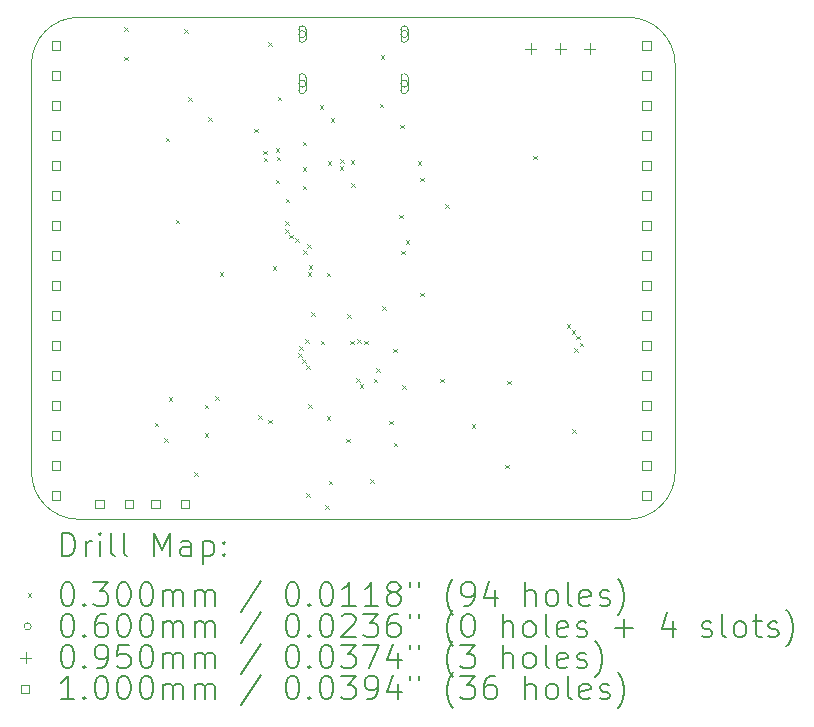
<source format=gbr>
%TF.GenerationSoftware,KiCad,Pcbnew,8.99.0-2608-ga0707285a1*%
%TF.CreationDate,2024-10-09T18:54:12+07:00*%
%TF.ProjectId,dev_Board_8khz,6465765f-426f-4617-9264-5f386b687a2e,rev?*%
%TF.SameCoordinates,Original*%
%TF.FileFunction,Drillmap*%
%TF.FilePolarity,Positive*%
%FSLAX45Y45*%
G04 Gerber Fmt 4.5, Leading zero omitted, Abs format (unit mm)*
G04 Created by KiCad (PCBNEW 8.99.0-2608-ga0707285a1) date 2024-10-09 18:54:12*
%MOMM*%
%LPD*%
G01*
G04 APERTURE LIST*
%ADD10C,0.050000*%
%ADD11C,0.200000*%
%ADD12C,0.100000*%
G04 APERTURE END LIST*
D10*
X19000000Y-5950000D02*
X14350000Y-5950000D01*
X13950000Y-6350000D02*
X13950000Y-9800000D01*
X14350000Y-10200000D02*
X19000000Y-10200000D01*
X19400000Y-9800000D02*
G75*
G02*
X19000000Y-10200000I-400000J0D01*
G01*
X13950000Y-6350000D02*
G75*
G02*
X14350000Y-5950000I400000J0D01*
G01*
X19400000Y-9800000D02*
X19400000Y-6350000D01*
X19000000Y-5950000D02*
G75*
G02*
X19400000Y-6350000I0J-400000D01*
G01*
X14350000Y-10200000D02*
G75*
G02*
X13950000Y-9800000I0J400000D01*
G01*
D11*
D12*
X14735000Y-6035000D02*
X14765000Y-6065000D01*
X14765000Y-6035000D02*
X14735000Y-6065000D01*
X14735000Y-6285000D02*
X14765000Y-6315000D01*
X14765000Y-6285000D02*
X14735000Y-6315000D01*
X14992500Y-9382500D02*
X15022500Y-9412500D01*
X15022500Y-9382500D02*
X14992500Y-9412500D01*
X15072000Y-9514000D02*
X15102000Y-9544000D01*
X15102000Y-9514000D02*
X15072000Y-9544000D01*
X15085000Y-6971000D02*
X15115000Y-7001000D01*
X15115000Y-6971000D02*
X15085000Y-7001000D01*
X15111000Y-9166000D02*
X15141000Y-9196000D01*
X15141000Y-9166000D02*
X15111000Y-9196000D01*
X15173000Y-7665000D02*
X15203000Y-7695000D01*
X15203000Y-7665000D02*
X15173000Y-7695000D01*
X15245000Y-6050000D02*
X15275000Y-6080000D01*
X15275000Y-6050000D02*
X15245000Y-6080000D01*
X15279000Y-6626000D02*
X15309000Y-6656000D01*
X15309000Y-6626000D02*
X15279000Y-6656000D01*
X15328361Y-9802439D02*
X15358361Y-9832439D01*
X15358361Y-9802439D02*
X15328361Y-9832439D01*
X15415000Y-9471000D02*
X15445000Y-9501000D01*
X15445000Y-9471000D02*
X15415000Y-9501000D01*
X15417500Y-9230000D02*
X15447500Y-9260000D01*
X15447500Y-9230000D02*
X15417500Y-9260000D01*
X15446462Y-6795462D02*
X15476462Y-6825462D01*
X15476462Y-6795462D02*
X15446462Y-6825462D01*
X15507000Y-9158000D02*
X15537000Y-9188000D01*
X15537000Y-9158000D02*
X15507000Y-9188000D01*
X15544000Y-8108000D02*
X15574000Y-8138000D01*
X15574000Y-8108000D02*
X15544000Y-8138000D01*
X15835000Y-6895000D02*
X15865000Y-6925000D01*
X15865000Y-6895000D02*
X15835000Y-6925000D01*
X15868000Y-9318010D02*
X15898000Y-9348010D01*
X15898000Y-9318010D02*
X15868000Y-9348010D01*
X15910370Y-7080487D02*
X15940370Y-7110487D01*
X15940370Y-7080487D02*
X15910370Y-7110487D01*
X15918000Y-7140000D02*
X15948000Y-7170000D01*
X15948000Y-7140000D02*
X15918000Y-7170000D01*
X15956000Y-6163000D02*
X15986000Y-6193000D01*
X15986000Y-6163000D02*
X15956000Y-6193000D01*
X15956000Y-9359000D02*
X15986000Y-9389000D01*
X15986000Y-9359000D02*
X15956000Y-9389000D01*
X15991832Y-8058000D02*
X16021832Y-8088000D01*
X16021832Y-8058000D02*
X15991832Y-8088000D01*
X16018000Y-7058000D02*
X16048000Y-7088000D01*
X16048000Y-7058000D02*
X16018000Y-7088000D01*
X16018000Y-7327000D02*
X16048000Y-7357000D01*
X16048000Y-7327000D02*
X16018000Y-7357000D01*
X16028000Y-7132000D02*
X16058000Y-7162000D01*
X16058000Y-7132000D02*
X16028000Y-7162000D01*
X16034000Y-6621000D02*
X16064000Y-6651000D01*
X16064000Y-6621000D02*
X16034000Y-6651000D01*
X16096596Y-7742796D02*
X16126596Y-7772796D01*
X16126596Y-7742796D02*
X16096596Y-7772796D01*
X16097192Y-7676262D02*
X16127192Y-7706262D01*
X16127192Y-7676262D02*
X16097192Y-7706262D01*
X16102500Y-7487500D02*
X16132500Y-7517500D01*
X16132500Y-7487500D02*
X16102500Y-7517500D01*
X16131832Y-7791359D02*
X16161832Y-7821359D01*
X16161832Y-7791359D02*
X16131832Y-7821359D01*
X16184000Y-7821000D02*
X16214000Y-7851000D01*
X16214000Y-7821000D02*
X16184000Y-7851000D01*
X16207767Y-8796121D02*
X16237767Y-8826121D01*
X16237767Y-8796121D02*
X16207767Y-8826121D01*
X16218000Y-8737000D02*
X16248000Y-8767000D01*
X16248000Y-8737000D02*
X16218000Y-8767000D01*
X16242674Y-8846121D02*
X16272674Y-8876121D01*
X16272674Y-8846121D02*
X16242674Y-8876121D01*
X16245000Y-7004000D02*
X16275000Y-7034000D01*
X16275000Y-7004000D02*
X16245000Y-7034000D01*
X16245000Y-7377000D02*
X16275000Y-7407000D01*
X16275000Y-7377000D02*
X16245000Y-7407000D01*
X16247000Y-7219000D02*
X16277000Y-7249000D01*
X16277000Y-7219000D02*
X16247000Y-7249000D01*
X16250484Y-7923000D02*
X16280484Y-7953000D01*
X16280484Y-7923000D02*
X16250484Y-7953000D01*
X16266000Y-8674000D02*
X16296000Y-8704000D01*
X16296000Y-8674000D02*
X16266000Y-8704000D01*
X16277157Y-8896121D02*
X16307157Y-8926121D01*
X16307157Y-8896121D02*
X16277157Y-8926121D01*
X16277500Y-9980000D02*
X16307500Y-10010000D01*
X16307500Y-9980000D02*
X16277500Y-10010000D01*
X16284000Y-7873000D02*
X16314000Y-7903000D01*
X16314000Y-7873000D02*
X16284000Y-7903000D01*
X16290000Y-8108000D02*
X16320000Y-8138000D01*
X16320000Y-8108000D02*
X16290000Y-8138000D01*
X16292500Y-9227500D02*
X16322500Y-9257500D01*
X16322500Y-9227500D02*
X16292500Y-9257500D01*
X16296749Y-8048381D02*
X16326749Y-8078381D01*
X16326749Y-8048381D02*
X16296749Y-8078381D01*
X16317000Y-8445000D02*
X16347000Y-8475000D01*
X16347000Y-8445000D02*
X16317000Y-8475000D01*
X16390000Y-6696000D02*
X16420000Y-6726000D01*
X16420000Y-6696000D02*
X16390000Y-6726000D01*
X16399473Y-8687000D02*
X16429473Y-8717000D01*
X16429473Y-8687000D02*
X16399473Y-8717000D01*
X16435000Y-10080000D02*
X16465000Y-10110000D01*
X16465000Y-10080000D02*
X16435000Y-10110000D01*
X16448000Y-9327000D02*
X16478000Y-9357000D01*
X16478000Y-9327000D02*
X16448000Y-9357000D01*
X16449473Y-8113473D02*
X16479473Y-8143473D01*
X16479473Y-8113473D02*
X16449473Y-8143473D01*
X16458000Y-7167000D02*
X16488000Y-7197000D01*
X16488000Y-7167000D02*
X16458000Y-7197000D01*
X16467500Y-9873657D02*
X16497500Y-9903657D01*
X16497500Y-9873657D02*
X16467500Y-9903657D01*
X16485000Y-6805000D02*
X16515000Y-6835000D01*
X16515000Y-6805000D02*
X16485000Y-6835000D01*
X16558000Y-7211791D02*
X16588000Y-7241791D01*
X16588000Y-7211791D02*
X16558000Y-7241791D01*
X16563000Y-7152000D02*
X16593000Y-7182000D01*
X16593000Y-7152000D02*
X16563000Y-7182000D01*
X16615000Y-9517000D02*
X16645000Y-9547000D01*
X16645000Y-9517000D02*
X16615000Y-9547000D01*
X16622000Y-8464000D02*
X16652000Y-8494000D01*
X16652000Y-8464000D02*
X16622000Y-8494000D01*
X16650286Y-8687000D02*
X16680286Y-8717000D01*
X16680286Y-8687000D02*
X16650286Y-8717000D01*
X16654000Y-7161791D02*
X16684000Y-7191791D01*
X16684000Y-7161791D02*
X16654000Y-7191791D01*
X16658000Y-7355000D02*
X16688000Y-7385000D01*
X16688000Y-7355000D02*
X16658000Y-7385000D01*
X16699553Y-9004128D02*
X16729553Y-9034128D01*
X16729553Y-9004128D02*
X16699553Y-9034128D01*
X16708854Y-8673969D02*
X16738854Y-8703969D01*
X16738854Y-8673969D02*
X16708854Y-8703969D01*
X16730000Y-9059000D02*
X16760000Y-9089000D01*
X16760000Y-9059000D02*
X16730000Y-9089000D01*
X16767500Y-8686645D02*
X16797500Y-8716645D01*
X16797500Y-8686645D02*
X16767500Y-8716645D01*
X16817500Y-9862500D02*
X16847500Y-9892500D01*
X16847500Y-9862500D02*
X16817500Y-9892500D01*
X16847000Y-9009000D02*
X16877000Y-9039000D01*
X16877000Y-9009000D02*
X16847000Y-9039000D01*
X16870000Y-8920000D02*
X16900000Y-8950000D01*
X16900000Y-8920000D02*
X16870000Y-8950000D01*
X16898000Y-6683000D02*
X16928000Y-6713000D01*
X16928000Y-6683000D02*
X16898000Y-6713000D01*
X16905000Y-6270000D02*
X16935000Y-6300000D01*
X16935000Y-6270000D02*
X16905000Y-6300000D01*
X16919000Y-8398000D02*
X16949000Y-8428000D01*
X16949000Y-8398000D02*
X16919000Y-8428000D01*
X16977500Y-9365000D02*
X17007500Y-9395000D01*
X17007500Y-9365000D02*
X16977500Y-9395000D01*
X17015000Y-8757500D02*
X17045000Y-8787500D01*
X17045000Y-8757500D02*
X17015000Y-8787500D01*
X17017500Y-9552500D02*
X17047500Y-9582500D01*
X17047500Y-9552500D02*
X17017500Y-9582500D01*
X17065721Y-7622000D02*
X17095721Y-7652000D01*
X17095721Y-7622000D02*
X17065721Y-7652000D01*
X17072000Y-6861000D02*
X17102000Y-6891000D01*
X17102000Y-6861000D02*
X17072000Y-6891000D01*
X17079000Y-7927000D02*
X17109000Y-7957000D01*
X17109000Y-7927000D02*
X17079000Y-7957000D01*
X17090000Y-9063000D02*
X17120000Y-9093000D01*
X17120000Y-9063000D02*
X17090000Y-9093000D01*
X17120000Y-7838000D02*
X17150000Y-7868000D01*
X17150000Y-7838000D02*
X17120000Y-7868000D01*
X17222000Y-7168000D02*
X17252000Y-7198000D01*
X17252000Y-7168000D02*
X17222000Y-7198000D01*
X17243000Y-7306500D02*
X17273000Y-7336500D01*
X17273000Y-7306500D02*
X17243000Y-7336500D01*
X17243000Y-8281500D02*
X17273000Y-8311500D01*
X17273000Y-8281500D02*
X17243000Y-8311500D01*
X17412500Y-9010000D02*
X17442500Y-9040000D01*
X17442500Y-9010000D02*
X17412500Y-9040000D01*
X17455000Y-7535000D02*
X17485000Y-7565000D01*
X17485000Y-7535000D02*
X17455000Y-7565000D01*
X17679000Y-9395000D02*
X17709000Y-9425000D01*
X17709000Y-9395000D02*
X17679000Y-9425000D01*
X17962500Y-9737500D02*
X17992500Y-9767500D01*
X17992500Y-9737500D02*
X17962500Y-9767500D01*
X17980000Y-9027500D02*
X18010000Y-9057500D01*
X18010000Y-9027500D02*
X17980000Y-9057500D01*
X18198000Y-7122000D02*
X18228000Y-7152000D01*
X18228000Y-7122000D02*
X18198000Y-7152000D01*
X18483000Y-8550381D02*
X18513000Y-8580381D01*
X18513000Y-8550381D02*
X18483000Y-8580381D01*
X18523000Y-8599828D02*
X18553000Y-8629828D01*
X18553000Y-8599828D02*
X18523000Y-8629828D01*
X18530000Y-9437500D02*
X18560000Y-9467500D01*
X18560000Y-9437500D02*
X18530000Y-9467500D01*
X18544000Y-8753500D02*
X18574000Y-8783500D01*
X18574000Y-8753500D02*
X18544000Y-8783500D01*
X18563000Y-8646597D02*
X18593000Y-8676597D01*
X18593000Y-8646597D02*
X18563000Y-8676597D01*
X18591217Y-8703500D02*
X18621217Y-8733500D01*
X18621217Y-8703500D02*
X18591217Y-8733500D01*
X16273000Y-6092500D02*
G75*
G02*
X16213000Y-6092500I-30000J0D01*
G01*
X16213000Y-6092500D02*
G75*
G02*
X16273000Y-6092500I30000J0D01*
G01*
X16273000Y-6132500D02*
X16273000Y-6052500D01*
X16213000Y-6052500D02*
G75*
G02*
X16273000Y-6052500I30000J0D01*
G01*
X16213000Y-6052500D02*
X16213000Y-6132500D01*
X16213000Y-6132500D02*
G75*
G03*
X16273000Y-6132500I30000J0D01*
G01*
X16273000Y-6512500D02*
G75*
G02*
X16213000Y-6512500I-30000J0D01*
G01*
X16213000Y-6512500D02*
G75*
G02*
X16273000Y-6512500I30000J0D01*
G01*
X16273000Y-6567500D02*
X16273000Y-6457500D01*
X16213000Y-6457500D02*
G75*
G02*
X16273000Y-6457500I30000J0D01*
G01*
X16213000Y-6457500D02*
X16213000Y-6567500D01*
X16213000Y-6567500D02*
G75*
G03*
X16273000Y-6567500I30000J0D01*
G01*
X17137000Y-6092500D02*
G75*
G02*
X17077000Y-6092500I-30000J0D01*
G01*
X17077000Y-6092500D02*
G75*
G02*
X17137000Y-6092500I30000J0D01*
G01*
X17137000Y-6132500D02*
X17137000Y-6052500D01*
X17077000Y-6052500D02*
G75*
G02*
X17137000Y-6052500I30000J0D01*
G01*
X17077000Y-6052500D02*
X17077000Y-6132500D01*
X17077000Y-6132500D02*
G75*
G03*
X17137000Y-6132500I30000J0D01*
G01*
X17137000Y-6512500D02*
G75*
G02*
X17077000Y-6512500I-30000J0D01*
G01*
X17077000Y-6512500D02*
G75*
G02*
X17137000Y-6512500I30000J0D01*
G01*
X17137000Y-6567500D02*
X17137000Y-6457500D01*
X17077000Y-6457500D02*
G75*
G02*
X17137000Y-6457500I30000J0D01*
G01*
X17077000Y-6457500D02*
X17077000Y-6567500D01*
X17077000Y-6567500D02*
G75*
G03*
X17137000Y-6567500I30000J0D01*
G01*
X18177000Y-6169500D02*
X18177000Y-6264500D01*
X18129500Y-6217000D02*
X18224500Y-6217000D01*
X18427000Y-6169500D02*
X18427000Y-6264500D01*
X18379500Y-6217000D02*
X18474500Y-6217000D01*
X18677000Y-6169500D02*
X18677000Y-6264500D01*
X18629500Y-6217000D02*
X18724500Y-6217000D01*
X14193356Y-6223356D02*
X14193356Y-6152644D01*
X14122644Y-6152644D01*
X14122644Y-6223356D01*
X14193356Y-6223356D01*
X14193356Y-6477356D02*
X14193356Y-6406644D01*
X14122644Y-6406644D01*
X14122644Y-6477356D01*
X14193356Y-6477356D01*
X14193356Y-6731356D02*
X14193356Y-6660644D01*
X14122644Y-6660644D01*
X14122644Y-6731356D01*
X14193356Y-6731356D01*
X14193356Y-6985356D02*
X14193356Y-6914644D01*
X14122644Y-6914644D01*
X14122644Y-6985356D01*
X14193356Y-6985356D01*
X14193356Y-7239356D02*
X14193356Y-7168644D01*
X14122644Y-7168644D01*
X14122644Y-7239356D01*
X14193356Y-7239356D01*
X14193356Y-7493356D02*
X14193356Y-7422644D01*
X14122644Y-7422644D01*
X14122644Y-7493356D01*
X14193356Y-7493356D01*
X14193356Y-7747356D02*
X14193356Y-7676644D01*
X14122644Y-7676644D01*
X14122644Y-7747356D01*
X14193356Y-7747356D01*
X14193356Y-8001356D02*
X14193356Y-7930644D01*
X14122644Y-7930644D01*
X14122644Y-8001356D01*
X14193356Y-8001356D01*
X14193356Y-8255356D02*
X14193356Y-8184644D01*
X14122644Y-8184644D01*
X14122644Y-8255356D01*
X14193356Y-8255356D01*
X14193356Y-8509356D02*
X14193356Y-8438644D01*
X14122644Y-8438644D01*
X14122644Y-8509356D01*
X14193356Y-8509356D01*
X14193356Y-8763356D02*
X14193356Y-8692644D01*
X14122644Y-8692644D01*
X14122644Y-8763356D01*
X14193356Y-8763356D01*
X14193356Y-9017356D02*
X14193356Y-8946644D01*
X14122644Y-8946644D01*
X14122644Y-9017356D01*
X14193356Y-9017356D01*
X14193356Y-9271356D02*
X14193356Y-9200644D01*
X14122644Y-9200644D01*
X14122644Y-9271356D01*
X14193356Y-9271356D01*
X14193356Y-9525356D02*
X14193356Y-9454644D01*
X14122644Y-9454644D01*
X14122644Y-9525356D01*
X14193356Y-9525356D01*
X14193356Y-9779356D02*
X14193356Y-9708644D01*
X14122644Y-9708644D01*
X14122644Y-9779356D01*
X14193356Y-9779356D01*
X14193356Y-10033356D02*
X14193356Y-9962644D01*
X14122644Y-9962644D01*
X14122644Y-10033356D01*
X14193356Y-10033356D01*
X14560356Y-10105356D02*
X14560356Y-10034644D01*
X14489644Y-10034644D01*
X14489644Y-10105356D01*
X14560356Y-10105356D01*
X14810356Y-10105356D02*
X14810356Y-10034644D01*
X14739644Y-10034644D01*
X14739644Y-10105356D01*
X14810356Y-10105356D01*
X15035356Y-10105356D02*
X15035356Y-10034644D01*
X14964644Y-10034644D01*
X14964644Y-10105356D01*
X15035356Y-10105356D01*
X15285356Y-10105356D02*
X15285356Y-10034644D01*
X15214644Y-10034644D01*
X15214644Y-10105356D01*
X15285356Y-10105356D01*
X19192356Y-6223356D02*
X19192356Y-6152644D01*
X19121644Y-6152644D01*
X19121644Y-6223356D01*
X19192356Y-6223356D01*
X19192356Y-6477356D02*
X19192356Y-6406644D01*
X19121644Y-6406644D01*
X19121644Y-6477356D01*
X19192356Y-6477356D01*
X19192356Y-6731356D02*
X19192356Y-6660644D01*
X19121644Y-6660644D01*
X19121644Y-6731356D01*
X19192356Y-6731356D01*
X19192356Y-6985356D02*
X19192356Y-6914644D01*
X19121644Y-6914644D01*
X19121644Y-6985356D01*
X19192356Y-6985356D01*
X19192356Y-7239356D02*
X19192356Y-7168644D01*
X19121644Y-7168644D01*
X19121644Y-7239356D01*
X19192356Y-7239356D01*
X19192356Y-7493356D02*
X19192356Y-7422644D01*
X19121644Y-7422644D01*
X19121644Y-7493356D01*
X19192356Y-7493356D01*
X19192356Y-7747356D02*
X19192356Y-7676644D01*
X19121644Y-7676644D01*
X19121644Y-7747356D01*
X19192356Y-7747356D01*
X19192356Y-8001356D02*
X19192356Y-7930644D01*
X19121644Y-7930644D01*
X19121644Y-8001356D01*
X19192356Y-8001356D01*
X19192356Y-8255356D02*
X19192356Y-8184644D01*
X19121644Y-8184644D01*
X19121644Y-8255356D01*
X19192356Y-8255356D01*
X19192356Y-8509356D02*
X19192356Y-8438644D01*
X19121644Y-8438644D01*
X19121644Y-8509356D01*
X19192356Y-8509356D01*
X19192356Y-8763356D02*
X19192356Y-8692644D01*
X19121644Y-8692644D01*
X19121644Y-8763356D01*
X19192356Y-8763356D01*
X19192356Y-9017356D02*
X19192356Y-8946644D01*
X19121644Y-8946644D01*
X19121644Y-9017356D01*
X19192356Y-9017356D01*
X19192356Y-9271356D02*
X19192356Y-9200644D01*
X19121644Y-9200644D01*
X19121644Y-9271356D01*
X19192356Y-9271356D01*
X19192356Y-9525356D02*
X19192356Y-9454644D01*
X19121644Y-9454644D01*
X19121644Y-9525356D01*
X19192356Y-9525356D01*
X19192356Y-9779356D02*
X19192356Y-9708644D01*
X19121644Y-9708644D01*
X19121644Y-9779356D01*
X19192356Y-9779356D01*
X19192356Y-10033356D02*
X19192356Y-9962644D01*
X19121644Y-9962644D01*
X19121644Y-10033356D01*
X19192356Y-10033356D01*
D11*
X14208277Y-10513984D02*
X14208277Y-10313984D01*
X14208277Y-10313984D02*
X14255896Y-10313984D01*
X14255896Y-10313984D02*
X14284467Y-10323508D01*
X14284467Y-10323508D02*
X14303515Y-10342555D01*
X14303515Y-10342555D02*
X14313039Y-10361603D01*
X14313039Y-10361603D02*
X14322562Y-10399698D01*
X14322562Y-10399698D02*
X14322562Y-10428270D01*
X14322562Y-10428270D02*
X14313039Y-10466365D01*
X14313039Y-10466365D02*
X14303515Y-10485412D01*
X14303515Y-10485412D02*
X14284467Y-10504460D01*
X14284467Y-10504460D02*
X14255896Y-10513984D01*
X14255896Y-10513984D02*
X14208277Y-10513984D01*
X14408277Y-10513984D02*
X14408277Y-10380650D01*
X14408277Y-10418746D02*
X14417801Y-10399698D01*
X14417801Y-10399698D02*
X14427324Y-10390174D01*
X14427324Y-10390174D02*
X14446372Y-10380650D01*
X14446372Y-10380650D02*
X14465420Y-10380650D01*
X14532086Y-10513984D02*
X14532086Y-10380650D01*
X14532086Y-10313984D02*
X14522562Y-10323508D01*
X14522562Y-10323508D02*
X14532086Y-10333031D01*
X14532086Y-10333031D02*
X14541610Y-10323508D01*
X14541610Y-10323508D02*
X14532086Y-10313984D01*
X14532086Y-10313984D02*
X14532086Y-10333031D01*
X14655896Y-10513984D02*
X14636848Y-10504460D01*
X14636848Y-10504460D02*
X14627324Y-10485412D01*
X14627324Y-10485412D02*
X14627324Y-10313984D01*
X14760658Y-10513984D02*
X14741610Y-10504460D01*
X14741610Y-10504460D02*
X14732086Y-10485412D01*
X14732086Y-10485412D02*
X14732086Y-10313984D01*
X14989229Y-10513984D02*
X14989229Y-10313984D01*
X14989229Y-10313984D02*
X15055896Y-10456841D01*
X15055896Y-10456841D02*
X15122562Y-10313984D01*
X15122562Y-10313984D02*
X15122562Y-10513984D01*
X15303515Y-10513984D02*
X15303515Y-10409222D01*
X15303515Y-10409222D02*
X15293991Y-10390174D01*
X15293991Y-10390174D02*
X15274943Y-10380650D01*
X15274943Y-10380650D02*
X15236848Y-10380650D01*
X15236848Y-10380650D02*
X15217801Y-10390174D01*
X15303515Y-10504460D02*
X15284467Y-10513984D01*
X15284467Y-10513984D02*
X15236848Y-10513984D01*
X15236848Y-10513984D02*
X15217801Y-10504460D01*
X15217801Y-10504460D02*
X15208277Y-10485412D01*
X15208277Y-10485412D02*
X15208277Y-10466365D01*
X15208277Y-10466365D02*
X15217801Y-10447317D01*
X15217801Y-10447317D02*
X15236848Y-10437793D01*
X15236848Y-10437793D02*
X15284467Y-10437793D01*
X15284467Y-10437793D02*
X15303515Y-10428270D01*
X15398753Y-10380650D02*
X15398753Y-10580650D01*
X15398753Y-10390174D02*
X15417801Y-10380650D01*
X15417801Y-10380650D02*
X15455896Y-10380650D01*
X15455896Y-10380650D02*
X15474943Y-10390174D01*
X15474943Y-10390174D02*
X15484467Y-10399698D01*
X15484467Y-10399698D02*
X15493991Y-10418746D01*
X15493991Y-10418746D02*
X15493991Y-10475889D01*
X15493991Y-10475889D02*
X15484467Y-10494936D01*
X15484467Y-10494936D02*
X15474943Y-10504460D01*
X15474943Y-10504460D02*
X15455896Y-10513984D01*
X15455896Y-10513984D02*
X15417801Y-10513984D01*
X15417801Y-10513984D02*
X15398753Y-10504460D01*
X15579705Y-10494936D02*
X15589229Y-10504460D01*
X15589229Y-10504460D02*
X15579705Y-10513984D01*
X15579705Y-10513984D02*
X15570182Y-10504460D01*
X15570182Y-10504460D02*
X15579705Y-10494936D01*
X15579705Y-10494936D02*
X15579705Y-10513984D01*
X15579705Y-10390174D02*
X15589229Y-10399698D01*
X15589229Y-10399698D02*
X15579705Y-10409222D01*
X15579705Y-10409222D02*
X15570182Y-10399698D01*
X15570182Y-10399698D02*
X15579705Y-10390174D01*
X15579705Y-10390174D02*
X15579705Y-10409222D01*
D12*
X13917500Y-10827500D02*
X13947500Y-10857500D01*
X13947500Y-10827500D02*
X13917500Y-10857500D01*
D11*
X14246372Y-10733984D02*
X14265420Y-10733984D01*
X14265420Y-10733984D02*
X14284467Y-10743508D01*
X14284467Y-10743508D02*
X14293991Y-10753031D01*
X14293991Y-10753031D02*
X14303515Y-10772079D01*
X14303515Y-10772079D02*
X14313039Y-10810174D01*
X14313039Y-10810174D02*
X14313039Y-10857793D01*
X14313039Y-10857793D02*
X14303515Y-10895889D01*
X14303515Y-10895889D02*
X14293991Y-10914936D01*
X14293991Y-10914936D02*
X14284467Y-10924460D01*
X14284467Y-10924460D02*
X14265420Y-10933984D01*
X14265420Y-10933984D02*
X14246372Y-10933984D01*
X14246372Y-10933984D02*
X14227324Y-10924460D01*
X14227324Y-10924460D02*
X14217801Y-10914936D01*
X14217801Y-10914936D02*
X14208277Y-10895889D01*
X14208277Y-10895889D02*
X14198753Y-10857793D01*
X14198753Y-10857793D02*
X14198753Y-10810174D01*
X14198753Y-10810174D02*
X14208277Y-10772079D01*
X14208277Y-10772079D02*
X14217801Y-10753031D01*
X14217801Y-10753031D02*
X14227324Y-10743508D01*
X14227324Y-10743508D02*
X14246372Y-10733984D01*
X14398753Y-10914936D02*
X14408277Y-10924460D01*
X14408277Y-10924460D02*
X14398753Y-10933984D01*
X14398753Y-10933984D02*
X14389229Y-10924460D01*
X14389229Y-10924460D02*
X14398753Y-10914936D01*
X14398753Y-10914936D02*
X14398753Y-10933984D01*
X14474943Y-10733984D02*
X14598753Y-10733984D01*
X14598753Y-10733984D02*
X14532086Y-10810174D01*
X14532086Y-10810174D02*
X14560658Y-10810174D01*
X14560658Y-10810174D02*
X14579705Y-10819698D01*
X14579705Y-10819698D02*
X14589229Y-10829222D01*
X14589229Y-10829222D02*
X14598753Y-10848270D01*
X14598753Y-10848270D02*
X14598753Y-10895889D01*
X14598753Y-10895889D02*
X14589229Y-10914936D01*
X14589229Y-10914936D02*
X14579705Y-10924460D01*
X14579705Y-10924460D02*
X14560658Y-10933984D01*
X14560658Y-10933984D02*
X14503515Y-10933984D01*
X14503515Y-10933984D02*
X14484467Y-10924460D01*
X14484467Y-10924460D02*
X14474943Y-10914936D01*
X14722562Y-10733984D02*
X14741610Y-10733984D01*
X14741610Y-10733984D02*
X14760658Y-10743508D01*
X14760658Y-10743508D02*
X14770182Y-10753031D01*
X14770182Y-10753031D02*
X14779705Y-10772079D01*
X14779705Y-10772079D02*
X14789229Y-10810174D01*
X14789229Y-10810174D02*
X14789229Y-10857793D01*
X14789229Y-10857793D02*
X14779705Y-10895889D01*
X14779705Y-10895889D02*
X14770182Y-10914936D01*
X14770182Y-10914936D02*
X14760658Y-10924460D01*
X14760658Y-10924460D02*
X14741610Y-10933984D01*
X14741610Y-10933984D02*
X14722562Y-10933984D01*
X14722562Y-10933984D02*
X14703515Y-10924460D01*
X14703515Y-10924460D02*
X14693991Y-10914936D01*
X14693991Y-10914936D02*
X14684467Y-10895889D01*
X14684467Y-10895889D02*
X14674943Y-10857793D01*
X14674943Y-10857793D02*
X14674943Y-10810174D01*
X14674943Y-10810174D02*
X14684467Y-10772079D01*
X14684467Y-10772079D02*
X14693991Y-10753031D01*
X14693991Y-10753031D02*
X14703515Y-10743508D01*
X14703515Y-10743508D02*
X14722562Y-10733984D01*
X14913039Y-10733984D02*
X14932086Y-10733984D01*
X14932086Y-10733984D02*
X14951134Y-10743508D01*
X14951134Y-10743508D02*
X14960658Y-10753031D01*
X14960658Y-10753031D02*
X14970182Y-10772079D01*
X14970182Y-10772079D02*
X14979705Y-10810174D01*
X14979705Y-10810174D02*
X14979705Y-10857793D01*
X14979705Y-10857793D02*
X14970182Y-10895889D01*
X14970182Y-10895889D02*
X14960658Y-10914936D01*
X14960658Y-10914936D02*
X14951134Y-10924460D01*
X14951134Y-10924460D02*
X14932086Y-10933984D01*
X14932086Y-10933984D02*
X14913039Y-10933984D01*
X14913039Y-10933984D02*
X14893991Y-10924460D01*
X14893991Y-10924460D02*
X14884467Y-10914936D01*
X14884467Y-10914936D02*
X14874943Y-10895889D01*
X14874943Y-10895889D02*
X14865420Y-10857793D01*
X14865420Y-10857793D02*
X14865420Y-10810174D01*
X14865420Y-10810174D02*
X14874943Y-10772079D01*
X14874943Y-10772079D02*
X14884467Y-10753031D01*
X14884467Y-10753031D02*
X14893991Y-10743508D01*
X14893991Y-10743508D02*
X14913039Y-10733984D01*
X15065420Y-10933984D02*
X15065420Y-10800650D01*
X15065420Y-10819698D02*
X15074943Y-10810174D01*
X15074943Y-10810174D02*
X15093991Y-10800650D01*
X15093991Y-10800650D02*
X15122563Y-10800650D01*
X15122563Y-10800650D02*
X15141610Y-10810174D01*
X15141610Y-10810174D02*
X15151134Y-10829222D01*
X15151134Y-10829222D02*
X15151134Y-10933984D01*
X15151134Y-10829222D02*
X15160658Y-10810174D01*
X15160658Y-10810174D02*
X15179705Y-10800650D01*
X15179705Y-10800650D02*
X15208277Y-10800650D01*
X15208277Y-10800650D02*
X15227324Y-10810174D01*
X15227324Y-10810174D02*
X15236848Y-10829222D01*
X15236848Y-10829222D02*
X15236848Y-10933984D01*
X15332086Y-10933984D02*
X15332086Y-10800650D01*
X15332086Y-10819698D02*
X15341610Y-10810174D01*
X15341610Y-10810174D02*
X15360658Y-10800650D01*
X15360658Y-10800650D02*
X15389229Y-10800650D01*
X15389229Y-10800650D02*
X15408277Y-10810174D01*
X15408277Y-10810174D02*
X15417801Y-10829222D01*
X15417801Y-10829222D02*
X15417801Y-10933984D01*
X15417801Y-10829222D02*
X15427324Y-10810174D01*
X15427324Y-10810174D02*
X15446372Y-10800650D01*
X15446372Y-10800650D02*
X15474943Y-10800650D01*
X15474943Y-10800650D02*
X15493991Y-10810174D01*
X15493991Y-10810174D02*
X15503515Y-10829222D01*
X15503515Y-10829222D02*
X15503515Y-10933984D01*
X15893991Y-10724460D02*
X15722563Y-10981603D01*
X16151134Y-10733984D02*
X16170182Y-10733984D01*
X16170182Y-10733984D02*
X16189229Y-10743508D01*
X16189229Y-10743508D02*
X16198753Y-10753031D01*
X16198753Y-10753031D02*
X16208277Y-10772079D01*
X16208277Y-10772079D02*
X16217801Y-10810174D01*
X16217801Y-10810174D02*
X16217801Y-10857793D01*
X16217801Y-10857793D02*
X16208277Y-10895889D01*
X16208277Y-10895889D02*
X16198753Y-10914936D01*
X16198753Y-10914936D02*
X16189229Y-10924460D01*
X16189229Y-10924460D02*
X16170182Y-10933984D01*
X16170182Y-10933984D02*
X16151134Y-10933984D01*
X16151134Y-10933984D02*
X16132086Y-10924460D01*
X16132086Y-10924460D02*
X16122563Y-10914936D01*
X16122563Y-10914936D02*
X16113039Y-10895889D01*
X16113039Y-10895889D02*
X16103515Y-10857793D01*
X16103515Y-10857793D02*
X16103515Y-10810174D01*
X16103515Y-10810174D02*
X16113039Y-10772079D01*
X16113039Y-10772079D02*
X16122563Y-10753031D01*
X16122563Y-10753031D02*
X16132086Y-10743508D01*
X16132086Y-10743508D02*
X16151134Y-10733984D01*
X16303515Y-10914936D02*
X16313039Y-10924460D01*
X16313039Y-10924460D02*
X16303515Y-10933984D01*
X16303515Y-10933984D02*
X16293991Y-10924460D01*
X16293991Y-10924460D02*
X16303515Y-10914936D01*
X16303515Y-10914936D02*
X16303515Y-10933984D01*
X16436848Y-10733984D02*
X16455896Y-10733984D01*
X16455896Y-10733984D02*
X16474944Y-10743508D01*
X16474944Y-10743508D02*
X16484467Y-10753031D01*
X16484467Y-10753031D02*
X16493991Y-10772079D01*
X16493991Y-10772079D02*
X16503515Y-10810174D01*
X16503515Y-10810174D02*
X16503515Y-10857793D01*
X16503515Y-10857793D02*
X16493991Y-10895889D01*
X16493991Y-10895889D02*
X16484467Y-10914936D01*
X16484467Y-10914936D02*
X16474944Y-10924460D01*
X16474944Y-10924460D02*
X16455896Y-10933984D01*
X16455896Y-10933984D02*
X16436848Y-10933984D01*
X16436848Y-10933984D02*
X16417801Y-10924460D01*
X16417801Y-10924460D02*
X16408277Y-10914936D01*
X16408277Y-10914936D02*
X16398753Y-10895889D01*
X16398753Y-10895889D02*
X16389229Y-10857793D01*
X16389229Y-10857793D02*
X16389229Y-10810174D01*
X16389229Y-10810174D02*
X16398753Y-10772079D01*
X16398753Y-10772079D02*
X16408277Y-10753031D01*
X16408277Y-10753031D02*
X16417801Y-10743508D01*
X16417801Y-10743508D02*
X16436848Y-10733984D01*
X16693991Y-10933984D02*
X16579706Y-10933984D01*
X16636848Y-10933984D02*
X16636848Y-10733984D01*
X16636848Y-10733984D02*
X16617801Y-10762555D01*
X16617801Y-10762555D02*
X16598753Y-10781603D01*
X16598753Y-10781603D02*
X16579706Y-10791127D01*
X16884468Y-10933984D02*
X16770182Y-10933984D01*
X16827325Y-10933984D02*
X16827325Y-10733984D01*
X16827325Y-10733984D02*
X16808277Y-10762555D01*
X16808277Y-10762555D02*
X16789229Y-10781603D01*
X16789229Y-10781603D02*
X16770182Y-10791127D01*
X16998753Y-10819698D02*
X16979706Y-10810174D01*
X16979706Y-10810174D02*
X16970182Y-10800650D01*
X16970182Y-10800650D02*
X16960658Y-10781603D01*
X16960658Y-10781603D02*
X16960658Y-10772079D01*
X16960658Y-10772079D02*
X16970182Y-10753031D01*
X16970182Y-10753031D02*
X16979706Y-10743508D01*
X16979706Y-10743508D02*
X16998753Y-10733984D01*
X16998753Y-10733984D02*
X17036849Y-10733984D01*
X17036849Y-10733984D02*
X17055896Y-10743508D01*
X17055896Y-10743508D02*
X17065420Y-10753031D01*
X17065420Y-10753031D02*
X17074944Y-10772079D01*
X17074944Y-10772079D02*
X17074944Y-10781603D01*
X17074944Y-10781603D02*
X17065420Y-10800650D01*
X17065420Y-10800650D02*
X17055896Y-10810174D01*
X17055896Y-10810174D02*
X17036849Y-10819698D01*
X17036849Y-10819698D02*
X16998753Y-10819698D01*
X16998753Y-10819698D02*
X16979706Y-10829222D01*
X16979706Y-10829222D02*
X16970182Y-10838746D01*
X16970182Y-10838746D02*
X16960658Y-10857793D01*
X16960658Y-10857793D02*
X16960658Y-10895889D01*
X16960658Y-10895889D02*
X16970182Y-10914936D01*
X16970182Y-10914936D02*
X16979706Y-10924460D01*
X16979706Y-10924460D02*
X16998753Y-10933984D01*
X16998753Y-10933984D02*
X17036849Y-10933984D01*
X17036849Y-10933984D02*
X17055896Y-10924460D01*
X17055896Y-10924460D02*
X17065420Y-10914936D01*
X17065420Y-10914936D02*
X17074944Y-10895889D01*
X17074944Y-10895889D02*
X17074944Y-10857793D01*
X17074944Y-10857793D02*
X17065420Y-10838746D01*
X17065420Y-10838746D02*
X17055896Y-10829222D01*
X17055896Y-10829222D02*
X17036849Y-10819698D01*
X17151134Y-10733984D02*
X17151134Y-10772079D01*
X17227325Y-10733984D02*
X17227325Y-10772079D01*
X17522563Y-11010174D02*
X17513039Y-11000650D01*
X17513039Y-11000650D02*
X17493991Y-10972079D01*
X17493991Y-10972079D02*
X17484468Y-10953031D01*
X17484468Y-10953031D02*
X17474944Y-10924460D01*
X17474944Y-10924460D02*
X17465420Y-10876841D01*
X17465420Y-10876841D02*
X17465420Y-10838746D01*
X17465420Y-10838746D02*
X17474944Y-10791127D01*
X17474944Y-10791127D02*
X17484468Y-10762555D01*
X17484468Y-10762555D02*
X17493991Y-10743508D01*
X17493991Y-10743508D02*
X17513039Y-10714936D01*
X17513039Y-10714936D02*
X17522563Y-10705412D01*
X17608277Y-10933984D02*
X17646372Y-10933984D01*
X17646372Y-10933984D02*
X17665420Y-10924460D01*
X17665420Y-10924460D02*
X17674944Y-10914936D01*
X17674944Y-10914936D02*
X17693991Y-10886365D01*
X17693991Y-10886365D02*
X17703515Y-10848270D01*
X17703515Y-10848270D02*
X17703515Y-10772079D01*
X17703515Y-10772079D02*
X17693991Y-10753031D01*
X17693991Y-10753031D02*
X17684468Y-10743508D01*
X17684468Y-10743508D02*
X17665420Y-10733984D01*
X17665420Y-10733984D02*
X17627325Y-10733984D01*
X17627325Y-10733984D02*
X17608277Y-10743508D01*
X17608277Y-10743508D02*
X17598753Y-10753031D01*
X17598753Y-10753031D02*
X17589230Y-10772079D01*
X17589230Y-10772079D02*
X17589230Y-10819698D01*
X17589230Y-10819698D02*
X17598753Y-10838746D01*
X17598753Y-10838746D02*
X17608277Y-10848270D01*
X17608277Y-10848270D02*
X17627325Y-10857793D01*
X17627325Y-10857793D02*
X17665420Y-10857793D01*
X17665420Y-10857793D02*
X17684468Y-10848270D01*
X17684468Y-10848270D02*
X17693991Y-10838746D01*
X17693991Y-10838746D02*
X17703515Y-10819698D01*
X17874944Y-10800650D02*
X17874944Y-10933984D01*
X17827325Y-10724460D02*
X17779706Y-10867317D01*
X17779706Y-10867317D02*
X17903515Y-10867317D01*
X18132087Y-10933984D02*
X18132087Y-10733984D01*
X18217801Y-10933984D02*
X18217801Y-10829222D01*
X18217801Y-10829222D02*
X18208277Y-10810174D01*
X18208277Y-10810174D02*
X18189230Y-10800650D01*
X18189230Y-10800650D02*
X18160658Y-10800650D01*
X18160658Y-10800650D02*
X18141611Y-10810174D01*
X18141611Y-10810174D02*
X18132087Y-10819698D01*
X18341611Y-10933984D02*
X18322563Y-10924460D01*
X18322563Y-10924460D02*
X18313039Y-10914936D01*
X18313039Y-10914936D02*
X18303515Y-10895889D01*
X18303515Y-10895889D02*
X18303515Y-10838746D01*
X18303515Y-10838746D02*
X18313039Y-10819698D01*
X18313039Y-10819698D02*
X18322563Y-10810174D01*
X18322563Y-10810174D02*
X18341611Y-10800650D01*
X18341611Y-10800650D02*
X18370182Y-10800650D01*
X18370182Y-10800650D02*
X18389230Y-10810174D01*
X18389230Y-10810174D02*
X18398753Y-10819698D01*
X18398753Y-10819698D02*
X18408277Y-10838746D01*
X18408277Y-10838746D02*
X18408277Y-10895889D01*
X18408277Y-10895889D02*
X18398753Y-10914936D01*
X18398753Y-10914936D02*
X18389230Y-10924460D01*
X18389230Y-10924460D02*
X18370182Y-10933984D01*
X18370182Y-10933984D02*
X18341611Y-10933984D01*
X18522563Y-10933984D02*
X18503515Y-10924460D01*
X18503515Y-10924460D02*
X18493992Y-10905412D01*
X18493992Y-10905412D02*
X18493992Y-10733984D01*
X18674944Y-10924460D02*
X18655896Y-10933984D01*
X18655896Y-10933984D02*
X18617801Y-10933984D01*
X18617801Y-10933984D02*
X18598753Y-10924460D01*
X18598753Y-10924460D02*
X18589230Y-10905412D01*
X18589230Y-10905412D02*
X18589230Y-10829222D01*
X18589230Y-10829222D02*
X18598753Y-10810174D01*
X18598753Y-10810174D02*
X18617801Y-10800650D01*
X18617801Y-10800650D02*
X18655896Y-10800650D01*
X18655896Y-10800650D02*
X18674944Y-10810174D01*
X18674944Y-10810174D02*
X18684468Y-10829222D01*
X18684468Y-10829222D02*
X18684468Y-10848270D01*
X18684468Y-10848270D02*
X18589230Y-10867317D01*
X18760658Y-10924460D02*
X18779706Y-10933984D01*
X18779706Y-10933984D02*
X18817801Y-10933984D01*
X18817801Y-10933984D02*
X18836849Y-10924460D01*
X18836849Y-10924460D02*
X18846373Y-10905412D01*
X18846373Y-10905412D02*
X18846373Y-10895889D01*
X18846373Y-10895889D02*
X18836849Y-10876841D01*
X18836849Y-10876841D02*
X18817801Y-10867317D01*
X18817801Y-10867317D02*
X18789230Y-10867317D01*
X18789230Y-10867317D02*
X18770182Y-10857793D01*
X18770182Y-10857793D02*
X18760658Y-10838746D01*
X18760658Y-10838746D02*
X18760658Y-10829222D01*
X18760658Y-10829222D02*
X18770182Y-10810174D01*
X18770182Y-10810174D02*
X18789230Y-10800650D01*
X18789230Y-10800650D02*
X18817801Y-10800650D01*
X18817801Y-10800650D02*
X18836849Y-10810174D01*
X18913039Y-11010174D02*
X18922563Y-11000650D01*
X18922563Y-11000650D02*
X18941611Y-10972079D01*
X18941611Y-10972079D02*
X18951134Y-10953031D01*
X18951134Y-10953031D02*
X18960658Y-10924460D01*
X18960658Y-10924460D02*
X18970182Y-10876841D01*
X18970182Y-10876841D02*
X18970182Y-10838746D01*
X18970182Y-10838746D02*
X18960658Y-10791127D01*
X18960658Y-10791127D02*
X18951134Y-10762555D01*
X18951134Y-10762555D02*
X18941611Y-10743508D01*
X18941611Y-10743508D02*
X18922563Y-10714936D01*
X18922563Y-10714936D02*
X18913039Y-10705412D01*
D12*
X13947500Y-11106500D02*
G75*
G02*
X13887500Y-11106500I-30000J0D01*
G01*
X13887500Y-11106500D02*
G75*
G02*
X13947500Y-11106500I30000J0D01*
G01*
D11*
X14246372Y-10997984D02*
X14265420Y-10997984D01*
X14265420Y-10997984D02*
X14284467Y-11007508D01*
X14284467Y-11007508D02*
X14293991Y-11017031D01*
X14293991Y-11017031D02*
X14303515Y-11036079D01*
X14303515Y-11036079D02*
X14313039Y-11074174D01*
X14313039Y-11074174D02*
X14313039Y-11121793D01*
X14313039Y-11121793D02*
X14303515Y-11159889D01*
X14303515Y-11159889D02*
X14293991Y-11178936D01*
X14293991Y-11178936D02*
X14284467Y-11188460D01*
X14284467Y-11188460D02*
X14265420Y-11197984D01*
X14265420Y-11197984D02*
X14246372Y-11197984D01*
X14246372Y-11197984D02*
X14227324Y-11188460D01*
X14227324Y-11188460D02*
X14217801Y-11178936D01*
X14217801Y-11178936D02*
X14208277Y-11159889D01*
X14208277Y-11159889D02*
X14198753Y-11121793D01*
X14198753Y-11121793D02*
X14198753Y-11074174D01*
X14198753Y-11074174D02*
X14208277Y-11036079D01*
X14208277Y-11036079D02*
X14217801Y-11017031D01*
X14217801Y-11017031D02*
X14227324Y-11007508D01*
X14227324Y-11007508D02*
X14246372Y-10997984D01*
X14398753Y-11178936D02*
X14408277Y-11188460D01*
X14408277Y-11188460D02*
X14398753Y-11197984D01*
X14398753Y-11197984D02*
X14389229Y-11188460D01*
X14389229Y-11188460D02*
X14398753Y-11178936D01*
X14398753Y-11178936D02*
X14398753Y-11197984D01*
X14579705Y-10997984D02*
X14541610Y-10997984D01*
X14541610Y-10997984D02*
X14522562Y-11007508D01*
X14522562Y-11007508D02*
X14513039Y-11017031D01*
X14513039Y-11017031D02*
X14493991Y-11045603D01*
X14493991Y-11045603D02*
X14484467Y-11083698D01*
X14484467Y-11083698D02*
X14484467Y-11159889D01*
X14484467Y-11159889D02*
X14493991Y-11178936D01*
X14493991Y-11178936D02*
X14503515Y-11188460D01*
X14503515Y-11188460D02*
X14522562Y-11197984D01*
X14522562Y-11197984D02*
X14560658Y-11197984D01*
X14560658Y-11197984D02*
X14579705Y-11188460D01*
X14579705Y-11188460D02*
X14589229Y-11178936D01*
X14589229Y-11178936D02*
X14598753Y-11159889D01*
X14598753Y-11159889D02*
X14598753Y-11112270D01*
X14598753Y-11112270D02*
X14589229Y-11093222D01*
X14589229Y-11093222D02*
X14579705Y-11083698D01*
X14579705Y-11083698D02*
X14560658Y-11074174D01*
X14560658Y-11074174D02*
X14522562Y-11074174D01*
X14522562Y-11074174D02*
X14503515Y-11083698D01*
X14503515Y-11083698D02*
X14493991Y-11093222D01*
X14493991Y-11093222D02*
X14484467Y-11112270D01*
X14722562Y-10997984D02*
X14741610Y-10997984D01*
X14741610Y-10997984D02*
X14760658Y-11007508D01*
X14760658Y-11007508D02*
X14770182Y-11017031D01*
X14770182Y-11017031D02*
X14779705Y-11036079D01*
X14779705Y-11036079D02*
X14789229Y-11074174D01*
X14789229Y-11074174D02*
X14789229Y-11121793D01*
X14789229Y-11121793D02*
X14779705Y-11159889D01*
X14779705Y-11159889D02*
X14770182Y-11178936D01*
X14770182Y-11178936D02*
X14760658Y-11188460D01*
X14760658Y-11188460D02*
X14741610Y-11197984D01*
X14741610Y-11197984D02*
X14722562Y-11197984D01*
X14722562Y-11197984D02*
X14703515Y-11188460D01*
X14703515Y-11188460D02*
X14693991Y-11178936D01*
X14693991Y-11178936D02*
X14684467Y-11159889D01*
X14684467Y-11159889D02*
X14674943Y-11121793D01*
X14674943Y-11121793D02*
X14674943Y-11074174D01*
X14674943Y-11074174D02*
X14684467Y-11036079D01*
X14684467Y-11036079D02*
X14693991Y-11017031D01*
X14693991Y-11017031D02*
X14703515Y-11007508D01*
X14703515Y-11007508D02*
X14722562Y-10997984D01*
X14913039Y-10997984D02*
X14932086Y-10997984D01*
X14932086Y-10997984D02*
X14951134Y-11007508D01*
X14951134Y-11007508D02*
X14960658Y-11017031D01*
X14960658Y-11017031D02*
X14970182Y-11036079D01*
X14970182Y-11036079D02*
X14979705Y-11074174D01*
X14979705Y-11074174D02*
X14979705Y-11121793D01*
X14979705Y-11121793D02*
X14970182Y-11159889D01*
X14970182Y-11159889D02*
X14960658Y-11178936D01*
X14960658Y-11178936D02*
X14951134Y-11188460D01*
X14951134Y-11188460D02*
X14932086Y-11197984D01*
X14932086Y-11197984D02*
X14913039Y-11197984D01*
X14913039Y-11197984D02*
X14893991Y-11188460D01*
X14893991Y-11188460D02*
X14884467Y-11178936D01*
X14884467Y-11178936D02*
X14874943Y-11159889D01*
X14874943Y-11159889D02*
X14865420Y-11121793D01*
X14865420Y-11121793D02*
X14865420Y-11074174D01*
X14865420Y-11074174D02*
X14874943Y-11036079D01*
X14874943Y-11036079D02*
X14884467Y-11017031D01*
X14884467Y-11017031D02*
X14893991Y-11007508D01*
X14893991Y-11007508D02*
X14913039Y-10997984D01*
X15065420Y-11197984D02*
X15065420Y-11064650D01*
X15065420Y-11083698D02*
X15074943Y-11074174D01*
X15074943Y-11074174D02*
X15093991Y-11064650D01*
X15093991Y-11064650D02*
X15122563Y-11064650D01*
X15122563Y-11064650D02*
X15141610Y-11074174D01*
X15141610Y-11074174D02*
X15151134Y-11093222D01*
X15151134Y-11093222D02*
X15151134Y-11197984D01*
X15151134Y-11093222D02*
X15160658Y-11074174D01*
X15160658Y-11074174D02*
X15179705Y-11064650D01*
X15179705Y-11064650D02*
X15208277Y-11064650D01*
X15208277Y-11064650D02*
X15227324Y-11074174D01*
X15227324Y-11074174D02*
X15236848Y-11093222D01*
X15236848Y-11093222D02*
X15236848Y-11197984D01*
X15332086Y-11197984D02*
X15332086Y-11064650D01*
X15332086Y-11083698D02*
X15341610Y-11074174D01*
X15341610Y-11074174D02*
X15360658Y-11064650D01*
X15360658Y-11064650D02*
X15389229Y-11064650D01*
X15389229Y-11064650D02*
X15408277Y-11074174D01*
X15408277Y-11074174D02*
X15417801Y-11093222D01*
X15417801Y-11093222D02*
X15417801Y-11197984D01*
X15417801Y-11093222D02*
X15427324Y-11074174D01*
X15427324Y-11074174D02*
X15446372Y-11064650D01*
X15446372Y-11064650D02*
X15474943Y-11064650D01*
X15474943Y-11064650D02*
X15493991Y-11074174D01*
X15493991Y-11074174D02*
X15503515Y-11093222D01*
X15503515Y-11093222D02*
X15503515Y-11197984D01*
X15893991Y-10988460D02*
X15722563Y-11245603D01*
X16151134Y-10997984D02*
X16170182Y-10997984D01*
X16170182Y-10997984D02*
X16189229Y-11007508D01*
X16189229Y-11007508D02*
X16198753Y-11017031D01*
X16198753Y-11017031D02*
X16208277Y-11036079D01*
X16208277Y-11036079D02*
X16217801Y-11074174D01*
X16217801Y-11074174D02*
X16217801Y-11121793D01*
X16217801Y-11121793D02*
X16208277Y-11159889D01*
X16208277Y-11159889D02*
X16198753Y-11178936D01*
X16198753Y-11178936D02*
X16189229Y-11188460D01*
X16189229Y-11188460D02*
X16170182Y-11197984D01*
X16170182Y-11197984D02*
X16151134Y-11197984D01*
X16151134Y-11197984D02*
X16132086Y-11188460D01*
X16132086Y-11188460D02*
X16122563Y-11178936D01*
X16122563Y-11178936D02*
X16113039Y-11159889D01*
X16113039Y-11159889D02*
X16103515Y-11121793D01*
X16103515Y-11121793D02*
X16103515Y-11074174D01*
X16103515Y-11074174D02*
X16113039Y-11036079D01*
X16113039Y-11036079D02*
X16122563Y-11017031D01*
X16122563Y-11017031D02*
X16132086Y-11007508D01*
X16132086Y-11007508D02*
X16151134Y-10997984D01*
X16303515Y-11178936D02*
X16313039Y-11188460D01*
X16313039Y-11188460D02*
X16303515Y-11197984D01*
X16303515Y-11197984D02*
X16293991Y-11188460D01*
X16293991Y-11188460D02*
X16303515Y-11178936D01*
X16303515Y-11178936D02*
X16303515Y-11197984D01*
X16436848Y-10997984D02*
X16455896Y-10997984D01*
X16455896Y-10997984D02*
X16474944Y-11007508D01*
X16474944Y-11007508D02*
X16484467Y-11017031D01*
X16484467Y-11017031D02*
X16493991Y-11036079D01*
X16493991Y-11036079D02*
X16503515Y-11074174D01*
X16503515Y-11074174D02*
X16503515Y-11121793D01*
X16503515Y-11121793D02*
X16493991Y-11159889D01*
X16493991Y-11159889D02*
X16484467Y-11178936D01*
X16484467Y-11178936D02*
X16474944Y-11188460D01*
X16474944Y-11188460D02*
X16455896Y-11197984D01*
X16455896Y-11197984D02*
X16436848Y-11197984D01*
X16436848Y-11197984D02*
X16417801Y-11188460D01*
X16417801Y-11188460D02*
X16408277Y-11178936D01*
X16408277Y-11178936D02*
X16398753Y-11159889D01*
X16398753Y-11159889D02*
X16389229Y-11121793D01*
X16389229Y-11121793D02*
X16389229Y-11074174D01*
X16389229Y-11074174D02*
X16398753Y-11036079D01*
X16398753Y-11036079D02*
X16408277Y-11017031D01*
X16408277Y-11017031D02*
X16417801Y-11007508D01*
X16417801Y-11007508D02*
X16436848Y-10997984D01*
X16579706Y-11017031D02*
X16589229Y-11007508D01*
X16589229Y-11007508D02*
X16608277Y-10997984D01*
X16608277Y-10997984D02*
X16655896Y-10997984D01*
X16655896Y-10997984D02*
X16674944Y-11007508D01*
X16674944Y-11007508D02*
X16684467Y-11017031D01*
X16684467Y-11017031D02*
X16693991Y-11036079D01*
X16693991Y-11036079D02*
X16693991Y-11055127D01*
X16693991Y-11055127D02*
X16684467Y-11083698D01*
X16684467Y-11083698D02*
X16570182Y-11197984D01*
X16570182Y-11197984D02*
X16693991Y-11197984D01*
X16760658Y-10997984D02*
X16884468Y-10997984D01*
X16884468Y-10997984D02*
X16817801Y-11074174D01*
X16817801Y-11074174D02*
X16846372Y-11074174D01*
X16846372Y-11074174D02*
X16865420Y-11083698D01*
X16865420Y-11083698D02*
X16874944Y-11093222D01*
X16874944Y-11093222D02*
X16884468Y-11112270D01*
X16884468Y-11112270D02*
X16884468Y-11159889D01*
X16884468Y-11159889D02*
X16874944Y-11178936D01*
X16874944Y-11178936D02*
X16865420Y-11188460D01*
X16865420Y-11188460D02*
X16846372Y-11197984D01*
X16846372Y-11197984D02*
X16789229Y-11197984D01*
X16789229Y-11197984D02*
X16770182Y-11188460D01*
X16770182Y-11188460D02*
X16760658Y-11178936D01*
X17055896Y-10997984D02*
X17017801Y-10997984D01*
X17017801Y-10997984D02*
X16998753Y-11007508D01*
X16998753Y-11007508D02*
X16989229Y-11017031D01*
X16989229Y-11017031D02*
X16970182Y-11045603D01*
X16970182Y-11045603D02*
X16960658Y-11083698D01*
X16960658Y-11083698D02*
X16960658Y-11159889D01*
X16960658Y-11159889D02*
X16970182Y-11178936D01*
X16970182Y-11178936D02*
X16979706Y-11188460D01*
X16979706Y-11188460D02*
X16998753Y-11197984D01*
X16998753Y-11197984D02*
X17036849Y-11197984D01*
X17036849Y-11197984D02*
X17055896Y-11188460D01*
X17055896Y-11188460D02*
X17065420Y-11178936D01*
X17065420Y-11178936D02*
X17074944Y-11159889D01*
X17074944Y-11159889D02*
X17074944Y-11112270D01*
X17074944Y-11112270D02*
X17065420Y-11093222D01*
X17065420Y-11093222D02*
X17055896Y-11083698D01*
X17055896Y-11083698D02*
X17036849Y-11074174D01*
X17036849Y-11074174D02*
X16998753Y-11074174D01*
X16998753Y-11074174D02*
X16979706Y-11083698D01*
X16979706Y-11083698D02*
X16970182Y-11093222D01*
X16970182Y-11093222D02*
X16960658Y-11112270D01*
X17151134Y-10997984D02*
X17151134Y-11036079D01*
X17227325Y-10997984D02*
X17227325Y-11036079D01*
X17522563Y-11274174D02*
X17513039Y-11264650D01*
X17513039Y-11264650D02*
X17493991Y-11236079D01*
X17493991Y-11236079D02*
X17484468Y-11217031D01*
X17484468Y-11217031D02*
X17474944Y-11188460D01*
X17474944Y-11188460D02*
X17465420Y-11140841D01*
X17465420Y-11140841D02*
X17465420Y-11102746D01*
X17465420Y-11102746D02*
X17474944Y-11055127D01*
X17474944Y-11055127D02*
X17484468Y-11026555D01*
X17484468Y-11026555D02*
X17493991Y-11007508D01*
X17493991Y-11007508D02*
X17513039Y-10978936D01*
X17513039Y-10978936D02*
X17522563Y-10969412D01*
X17636849Y-10997984D02*
X17655896Y-10997984D01*
X17655896Y-10997984D02*
X17674944Y-11007508D01*
X17674944Y-11007508D02*
X17684468Y-11017031D01*
X17684468Y-11017031D02*
X17693991Y-11036079D01*
X17693991Y-11036079D02*
X17703515Y-11074174D01*
X17703515Y-11074174D02*
X17703515Y-11121793D01*
X17703515Y-11121793D02*
X17693991Y-11159889D01*
X17693991Y-11159889D02*
X17684468Y-11178936D01*
X17684468Y-11178936D02*
X17674944Y-11188460D01*
X17674944Y-11188460D02*
X17655896Y-11197984D01*
X17655896Y-11197984D02*
X17636849Y-11197984D01*
X17636849Y-11197984D02*
X17617801Y-11188460D01*
X17617801Y-11188460D02*
X17608277Y-11178936D01*
X17608277Y-11178936D02*
X17598753Y-11159889D01*
X17598753Y-11159889D02*
X17589230Y-11121793D01*
X17589230Y-11121793D02*
X17589230Y-11074174D01*
X17589230Y-11074174D02*
X17598753Y-11036079D01*
X17598753Y-11036079D02*
X17608277Y-11017031D01*
X17608277Y-11017031D02*
X17617801Y-11007508D01*
X17617801Y-11007508D02*
X17636849Y-10997984D01*
X17941611Y-11197984D02*
X17941611Y-10997984D01*
X18027325Y-11197984D02*
X18027325Y-11093222D01*
X18027325Y-11093222D02*
X18017801Y-11074174D01*
X18017801Y-11074174D02*
X17998753Y-11064650D01*
X17998753Y-11064650D02*
X17970182Y-11064650D01*
X17970182Y-11064650D02*
X17951134Y-11074174D01*
X17951134Y-11074174D02*
X17941611Y-11083698D01*
X18151134Y-11197984D02*
X18132087Y-11188460D01*
X18132087Y-11188460D02*
X18122563Y-11178936D01*
X18122563Y-11178936D02*
X18113039Y-11159889D01*
X18113039Y-11159889D02*
X18113039Y-11102746D01*
X18113039Y-11102746D02*
X18122563Y-11083698D01*
X18122563Y-11083698D02*
X18132087Y-11074174D01*
X18132087Y-11074174D02*
X18151134Y-11064650D01*
X18151134Y-11064650D02*
X18179706Y-11064650D01*
X18179706Y-11064650D02*
X18198753Y-11074174D01*
X18198753Y-11074174D02*
X18208277Y-11083698D01*
X18208277Y-11083698D02*
X18217801Y-11102746D01*
X18217801Y-11102746D02*
X18217801Y-11159889D01*
X18217801Y-11159889D02*
X18208277Y-11178936D01*
X18208277Y-11178936D02*
X18198753Y-11188460D01*
X18198753Y-11188460D02*
X18179706Y-11197984D01*
X18179706Y-11197984D02*
X18151134Y-11197984D01*
X18332087Y-11197984D02*
X18313039Y-11188460D01*
X18313039Y-11188460D02*
X18303515Y-11169412D01*
X18303515Y-11169412D02*
X18303515Y-10997984D01*
X18484468Y-11188460D02*
X18465420Y-11197984D01*
X18465420Y-11197984D02*
X18427325Y-11197984D01*
X18427325Y-11197984D02*
X18408277Y-11188460D01*
X18408277Y-11188460D02*
X18398753Y-11169412D01*
X18398753Y-11169412D02*
X18398753Y-11093222D01*
X18398753Y-11093222D02*
X18408277Y-11074174D01*
X18408277Y-11074174D02*
X18427325Y-11064650D01*
X18427325Y-11064650D02*
X18465420Y-11064650D01*
X18465420Y-11064650D02*
X18484468Y-11074174D01*
X18484468Y-11074174D02*
X18493992Y-11093222D01*
X18493992Y-11093222D02*
X18493992Y-11112270D01*
X18493992Y-11112270D02*
X18398753Y-11131317D01*
X18570182Y-11188460D02*
X18589230Y-11197984D01*
X18589230Y-11197984D02*
X18627325Y-11197984D01*
X18627325Y-11197984D02*
X18646373Y-11188460D01*
X18646373Y-11188460D02*
X18655896Y-11169412D01*
X18655896Y-11169412D02*
X18655896Y-11159889D01*
X18655896Y-11159889D02*
X18646373Y-11140841D01*
X18646373Y-11140841D02*
X18627325Y-11131317D01*
X18627325Y-11131317D02*
X18598753Y-11131317D01*
X18598753Y-11131317D02*
X18579706Y-11121793D01*
X18579706Y-11121793D02*
X18570182Y-11102746D01*
X18570182Y-11102746D02*
X18570182Y-11093222D01*
X18570182Y-11093222D02*
X18579706Y-11074174D01*
X18579706Y-11074174D02*
X18598753Y-11064650D01*
X18598753Y-11064650D02*
X18627325Y-11064650D01*
X18627325Y-11064650D02*
X18646373Y-11074174D01*
X18893992Y-11121793D02*
X19046373Y-11121793D01*
X18970182Y-11197984D02*
X18970182Y-11045603D01*
X19379706Y-11064650D02*
X19379706Y-11197984D01*
X19332087Y-10988460D02*
X19284468Y-11131317D01*
X19284468Y-11131317D02*
X19408277Y-11131317D01*
X19627325Y-11188460D02*
X19646373Y-11197984D01*
X19646373Y-11197984D02*
X19684468Y-11197984D01*
X19684468Y-11197984D02*
X19703516Y-11188460D01*
X19703516Y-11188460D02*
X19713039Y-11169412D01*
X19713039Y-11169412D02*
X19713039Y-11159889D01*
X19713039Y-11159889D02*
X19703516Y-11140841D01*
X19703516Y-11140841D02*
X19684468Y-11131317D01*
X19684468Y-11131317D02*
X19655896Y-11131317D01*
X19655896Y-11131317D02*
X19636849Y-11121793D01*
X19636849Y-11121793D02*
X19627325Y-11102746D01*
X19627325Y-11102746D02*
X19627325Y-11093222D01*
X19627325Y-11093222D02*
X19636849Y-11074174D01*
X19636849Y-11074174D02*
X19655896Y-11064650D01*
X19655896Y-11064650D02*
X19684468Y-11064650D01*
X19684468Y-11064650D02*
X19703516Y-11074174D01*
X19827325Y-11197984D02*
X19808277Y-11188460D01*
X19808277Y-11188460D02*
X19798754Y-11169412D01*
X19798754Y-11169412D02*
X19798754Y-10997984D01*
X19932087Y-11197984D02*
X19913039Y-11188460D01*
X19913039Y-11188460D02*
X19903516Y-11178936D01*
X19903516Y-11178936D02*
X19893992Y-11159889D01*
X19893992Y-11159889D02*
X19893992Y-11102746D01*
X19893992Y-11102746D02*
X19903516Y-11083698D01*
X19903516Y-11083698D02*
X19913039Y-11074174D01*
X19913039Y-11074174D02*
X19932087Y-11064650D01*
X19932087Y-11064650D02*
X19960658Y-11064650D01*
X19960658Y-11064650D02*
X19979706Y-11074174D01*
X19979706Y-11074174D02*
X19989230Y-11083698D01*
X19989230Y-11083698D02*
X19998754Y-11102746D01*
X19998754Y-11102746D02*
X19998754Y-11159889D01*
X19998754Y-11159889D02*
X19989230Y-11178936D01*
X19989230Y-11178936D02*
X19979706Y-11188460D01*
X19979706Y-11188460D02*
X19960658Y-11197984D01*
X19960658Y-11197984D02*
X19932087Y-11197984D01*
X20055897Y-11064650D02*
X20132087Y-11064650D01*
X20084468Y-10997984D02*
X20084468Y-11169412D01*
X20084468Y-11169412D02*
X20093992Y-11188460D01*
X20093992Y-11188460D02*
X20113039Y-11197984D01*
X20113039Y-11197984D02*
X20132087Y-11197984D01*
X20189230Y-11188460D02*
X20208277Y-11197984D01*
X20208277Y-11197984D02*
X20246373Y-11197984D01*
X20246373Y-11197984D02*
X20265420Y-11188460D01*
X20265420Y-11188460D02*
X20274944Y-11169412D01*
X20274944Y-11169412D02*
X20274944Y-11159889D01*
X20274944Y-11159889D02*
X20265420Y-11140841D01*
X20265420Y-11140841D02*
X20246373Y-11131317D01*
X20246373Y-11131317D02*
X20217801Y-11131317D01*
X20217801Y-11131317D02*
X20198754Y-11121793D01*
X20198754Y-11121793D02*
X20189230Y-11102746D01*
X20189230Y-11102746D02*
X20189230Y-11093222D01*
X20189230Y-11093222D02*
X20198754Y-11074174D01*
X20198754Y-11074174D02*
X20217801Y-11064650D01*
X20217801Y-11064650D02*
X20246373Y-11064650D01*
X20246373Y-11064650D02*
X20265420Y-11074174D01*
X20341611Y-11274174D02*
X20351135Y-11264650D01*
X20351135Y-11264650D02*
X20370182Y-11236079D01*
X20370182Y-11236079D02*
X20379706Y-11217031D01*
X20379706Y-11217031D02*
X20389230Y-11188460D01*
X20389230Y-11188460D02*
X20398754Y-11140841D01*
X20398754Y-11140841D02*
X20398754Y-11102746D01*
X20398754Y-11102746D02*
X20389230Y-11055127D01*
X20389230Y-11055127D02*
X20379706Y-11026555D01*
X20379706Y-11026555D02*
X20370182Y-11007508D01*
X20370182Y-11007508D02*
X20351135Y-10978936D01*
X20351135Y-10978936D02*
X20341611Y-10969412D01*
D12*
X13900000Y-11323000D02*
X13900000Y-11418000D01*
X13852500Y-11370500D02*
X13947500Y-11370500D01*
D11*
X14246372Y-11261984D02*
X14265420Y-11261984D01*
X14265420Y-11261984D02*
X14284467Y-11271508D01*
X14284467Y-11271508D02*
X14293991Y-11281031D01*
X14293991Y-11281031D02*
X14303515Y-11300079D01*
X14303515Y-11300079D02*
X14313039Y-11338174D01*
X14313039Y-11338174D02*
X14313039Y-11385793D01*
X14313039Y-11385793D02*
X14303515Y-11423888D01*
X14303515Y-11423888D02*
X14293991Y-11442936D01*
X14293991Y-11442936D02*
X14284467Y-11452460D01*
X14284467Y-11452460D02*
X14265420Y-11461984D01*
X14265420Y-11461984D02*
X14246372Y-11461984D01*
X14246372Y-11461984D02*
X14227324Y-11452460D01*
X14227324Y-11452460D02*
X14217801Y-11442936D01*
X14217801Y-11442936D02*
X14208277Y-11423888D01*
X14208277Y-11423888D02*
X14198753Y-11385793D01*
X14198753Y-11385793D02*
X14198753Y-11338174D01*
X14198753Y-11338174D02*
X14208277Y-11300079D01*
X14208277Y-11300079D02*
X14217801Y-11281031D01*
X14217801Y-11281031D02*
X14227324Y-11271508D01*
X14227324Y-11271508D02*
X14246372Y-11261984D01*
X14398753Y-11442936D02*
X14408277Y-11452460D01*
X14408277Y-11452460D02*
X14398753Y-11461984D01*
X14398753Y-11461984D02*
X14389229Y-11452460D01*
X14389229Y-11452460D02*
X14398753Y-11442936D01*
X14398753Y-11442936D02*
X14398753Y-11461984D01*
X14503515Y-11461984D02*
X14541610Y-11461984D01*
X14541610Y-11461984D02*
X14560658Y-11452460D01*
X14560658Y-11452460D02*
X14570182Y-11442936D01*
X14570182Y-11442936D02*
X14589229Y-11414365D01*
X14589229Y-11414365D02*
X14598753Y-11376269D01*
X14598753Y-11376269D02*
X14598753Y-11300079D01*
X14598753Y-11300079D02*
X14589229Y-11281031D01*
X14589229Y-11281031D02*
X14579705Y-11271508D01*
X14579705Y-11271508D02*
X14560658Y-11261984D01*
X14560658Y-11261984D02*
X14522562Y-11261984D01*
X14522562Y-11261984D02*
X14503515Y-11271508D01*
X14503515Y-11271508D02*
X14493991Y-11281031D01*
X14493991Y-11281031D02*
X14484467Y-11300079D01*
X14484467Y-11300079D02*
X14484467Y-11347698D01*
X14484467Y-11347698D02*
X14493991Y-11366746D01*
X14493991Y-11366746D02*
X14503515Y-11376269D01*
X14503515Y-11376269D02*
X14522562Y-11385793D01*
X14522562Y-11385793D02*
X14560658Y-11385793D01*
X14560658Y-11385793D02*
X14579705Y-11376269D01*
X14579705Y-11376269D02*
X14589229Y-11366746D01*
X14589229Y-11366746D02*
X14598753Y-11347698D01*
X14779705Y-11261984D02*
X14684467Y-11261984D01*
X14684467Y-11261984D02*
X14674943Y-11357222D01*
X14674943Y-11357222D02*
X14684467Y-11347698D01*
X14684467Y-11347698D02*
X14703515Y-11338174D01*
X14703515Y-11338174D02*
X14751134Y-11338174D01*
X14751134Y-11338174D02*
X14770182Y-11347698D01*
X14770182Y-11347698D02*
X14779705Y-11357222D01*
X14779705Y-11357222D02*
X14789229Y-11376269D01*
X14789229Y-11376269D02*
X14789229Y-11423888D01*
X14789229Y-11423888D02*
X14779705Y-11442936D01*
X14779705Y-11442936D02*
X14770182Y-11452460D01*
X14770182Y-11452460D02*
X14751134Y-11461984D01*
X14751134Y-11461984D02*
X14703515Y-11461984D01*
X14703515Y-11461984D02*
X14684467Y-11452460D01*
X14684467Y-11452460D02*
X14674943Y-11442936D01*
X14913039Y-11261984D02*
X14932086Y-11261984D01*
X14932086Y-11261984D02*
X14951134Y-11271508D01*
X14951134Y-11271508D02*
X14960658Y-11281031D01*
X14960658Y-11281031D02*
X14970182Y-11300079D01*
X14970182Y-11300079D02*
X14979705Y-11338174D01*
X14979705Y-11338174D02*
X14979705Y-11385793D01*
X14979705Y-11385793D02*
X14970182Y-11423888D01*
X14970182Y-11423888D02*
X14960658Y-11442936D01*
X14960658Y-11442936D02*
X14951134Y-11452460D01*
X14951134Y-11452460D02*
X14932086Y-11461984D01*
X14932086Y-11461984D02*
X14913039Y-11461984D01*
X14913039Y-11461984D02*
X14893991Y-11452460D01*
X14893991Y-11452460D02*
X14884467Y-11442936D01*
X14884467Y-11442936D02*
X14874943Y-11423888D01*
X14874943Y-11423888D02*
X14865420Y-11385793D01*
X14865420Y-11385793D02*
X14865420Y-11338174D01*
X14865420Y-11338174D02*
X14874943Y-11300079D01*
X14874943Y-11300079D02*
X14884467Y-11281031D01*
X14884467Y-11281031D02*
X14893991Y-11271508D01*
X14893991Y-11271508D02*
X14913039Y-11261984D01*
X15065420Y-11461984D02*
X15065420Y-11328650D01*
X15065420Y-11347698D02*
X15074943Y-11338174D01*
X15074943Y-11338174D02*
X15093991Y-11328650D01*
X15093991Y-11328650D02*
X15122563Y-11328650D01*
X15122563Y-11328650D02*
X15141610Y-11338174D01*
X15141610Y-11338174D02*
X15151134Y-11357222D01*
X15151134Y-11357222D02*
X15151134Y-11461984D01*
X15151134Y-11357222D02*
X15160658Y-11338174D01*
X15160658Y-11338174D02*
X15179705Y-11328650D01*
X15179705Y-11328650D02*
X15208277Y-11328650D01*
X15208277Y-11328650D02*
X15227324Y-11338174D01*
X15227324Y-11338174D02*
X15236848Y-11357222D01*
X15236848Y-11357222D02*
X15236848Y-11461984D01*
X15332086Y-11461984D02*
X15332086Y-11328650D01*
X15332086Y-11347698D02*
X15341610Y-11338174D01*
X15341610Y-11338174D02*
X15360658Y-11328650D01*
X15360658Y-11328650D02*
X15389229Y-11328650D01*
X15389229Y-11328650D02*
X15408277Y-11338174D01*
X15408277Y-11338174D02*
X15417801Y-11357222D01*
X15417801Y-11357222D02*
X15417801Y-11461984D01*
X15417801Y-11357222D02*
X15427324Y-11338174D01*
X15427324Y-11338174D02*
X15446372Y-11328650D01*
X15446372Y-11328650D02*
X15474943Y-11328650D01*
X15474943Y-11328650D02*
X15493991Y-11338174D01*
X15493991Y-11338174D02*
X15503515Y-11357222D01*
X15503515Y-11357222D02*
X15503515Y-11461984D01*
X15893991Y-11252460D02*
X15722563Y-11509603D01*
X16151134Y-11261984D02*
X16170182Y-11261984D01*
X16170182Y-11261984D02*
X16189229Y-11271508D01*
X16189229Y-11271508D02*
X16198753Y-11281031D01*
X16198753Y-11281031D02*
X16208277Y-11300079D01*
X16208277Y-11300079D02*
X16217801Y-11338174D01*
X16217801Y-11338174D02*
X16217801Y-11385793D01*
X16217801Y-11385793D02*
X16208277Y-11423888D01*
X16208277Y-11423888D02*
X16198753Y-11442936D01*
X16198753Y-11442936D02*
X16189229Y-11452460D01*
X16189229Y-11452460D02*
X16170182Y-11461984D01*
X16170182Y-11461984D02*
X16151134Y-11461984D01*
X16151134Y-11461984D02*
X16132086Y-11452460D01*
X16132086Y-11452460D02*
X16122563Y-11442936D01*
X16122563Y-11442936D02*
X16113039Y-11423888D01*
X16113039Y-11423888D02*
X16103515Y-11385793D01*
X16103515Y-11385793D02*
X16103515Y-11338174D01*
X16103515Y-11338174D02*
X16113039Y-11300079D01*
X16113039Y-11300079D02*
X16122563Y-11281031D01*
X16122563Y-11281031D02*
X16132086Y-11271508D01*
X16132086Y-11271508D02*
X16151134Y-11261984D01*
X16303515Y-11442936D02*
X16313039Y-11452460D01*
X16313039Y-11452460D02*
X16303515Y-11461984D01*
X16303515Y-11461984D02*
X16293991Y-11452460D01*
X16293991Y-11452460D02*
X16303515Y-11442936D01*
X16303515Y-11442936D02*
X16303515Y-11461984D01*
X16436848Y-11261984D02*
X16455896Y-11261984D01*
X16455896Y-11261984D02*
X16474944Y-11271508D01*
X16474944Y-11271508D02*
X16484467Y-11281031D01*
X16484467Y-11281031D02*
X16493991Y-11300079D01*
X16493991Y-11300079D02*
X16503515Y-11338174D01*
X16503515Y-11338174D02*
X16503515Y-11385793D01*
X16503515Y-11385793D02*
X16493991Y-11423888D01*
X16493991Y-11423888D02*
X16484467Y-11442936D01*
X16484467Y-11442936D02*
X16474944Y-11452460D01*
X16474944Y-11452460D02*
X16455896Y-11461984D01*
X16455896Y-11461984D02*
X16436848Y-11461984D01*
X16436848Y-11461984D02*
X16417801Y-11452460D01*
X16417801Y-11452460D02*
X16408277Y-11442936D01*
X16408277Y-11442936D02*
X16398753Y-11423888D01*
X16398753Y-11423888D02*
X16389229Y-11385793D01*
X16389229Y-11385793D02*
X16389229Y-11338174D01*
X16389229Y-11338174D02*
X16398753Y-11300079D01*
X16398753Y-11300079D02*
X16408277Y-11281031D01*
X16408277Y-11281031D02*
X16417801Y-11271508D01*
X16417801Y-11271508D02*
X16436848Y-11261984D01*
X16570182Y-11261984D02*
X16693991Y-11261984D01*
X16693991Y-11261984D02*
X16627325Y-11338174D01*
X16627325Y-11338174D02*
X16655896Y-11338174D01*
X16655896Y-11338174D02*
X16674944Y-11347698D01*
X16674944Y-11347698D02*
X16684467Y-11357222D01*
X16684467Y-11357222D02*
X16693991Y-11376269D01*
X16693991Y-11376269D02*
X16693991Y-11423888D01*
X16693991Y-11423888D02*
X16684467Y-11442936D01*
X16684467Y-11442936D02*
X16674944Y-11452460D01*
X16674944Y-11452460D02*
X16655896Y-11461984D01*
X16655896Y-11461984D02*
X16598753Y-11461984D01*
X16598753Y-11461984D02*
X16579706Y-11452460D01*
X16579706Y-11452460D02*
X16570182Y-11442936D01*
X16760658Y-11261984D02*
X16893991Y-11261984D01*
X16893991Y-11261984D02*
X16808277Y-11461984D01*
X17055896Y-11328650D02*
X17055896Y-11461984D01*
X17008277Y-11252460D02*
X16960658Y-11395317D01*
X16960658Y-11395317D02*
X17084468Y-11395317D01*
X17151134Y-11261984D02*
X17151134Y-11300079D01*
X17227325Y-11261984D02*
X17227325Y-11300079D01*
X17522563Y-11538174D02*
X17513039Y-11528650D01*
X17513039Y-11528650D02*
X17493991Y-11500079D01*
X17493991Y-11500079D02*
X17484468Y-11481031D01*
X17484468Y-11481031D02*
X17474944Y-11452460D01*
X17474944Y-11452460D02*
X17465420Y-11404841D01*
X17465420Y-11404841D02*
X17465420Y-11366746D01*
X17465420Y-11366746D02*
X17474944Y-11319127D01*
X17474944Y-11319127D02*
X17484468Y-11290555D01*
X17484468Y-11290555D02*
X17493991Y-11271508D01*
X17493991Y-11271508D02*
X17513039Y-11242936D01*
X17513039Y-11242936D02*
X17522563Y-11233412D01*
X17579706Y-11261984D02*
X17703515Y-11261984D01*
X17703515Y-11261984D02*
X17636849Y-11338174D01*
X17636849Y-11338174D02*
X17665420Y-11338174D01*
X17665420Y-11338174D02*
X17684468Y-11347698D01*
X17684468Y-11347698D02*
X17693991Y-11357222D01*
X17693991Y-11357222D02*
X17703515Y-11376269D01*
X17703515Y-11376269D02*
X17703515Y-11423888D01*
X17703515Y-11423888D02*
X17693991Y-11442936D01*
X17693991Y-11442936D02*
X17684468Y-11452460D01*
X17684468Y-11452460D02*
X17665420Y-11461984D01*
X17665420Y-11461984D02*
X17608277Y-11461984D01*
X17608277Y-11461984D02*
X17589230Y-11452460D01*
X17589230Y-11452460D02*
X17579706Y-11442936D01*
X17941611Y-11461984D02*
X17941611Y-11261984D01*
X18027325Y-11461984D02*
X18027325Y-11357222D01*
X18027325Y-11357222D02*
X18017801Y-11338174D01*
X18017801Y-11338174D02*
X17998753Y-11328650D01*
X17998753Y-11328650D02*
X17970182Y-11328650D01*
X17970182Y-11328650D02*
X17951134Y-11338174D01*
X17951134Y-11338174D02*
X17941611Y-11347698D01*
X18151134Y-11461984D02*
X18132087Y-11452460D01*
X18132087Y-11452460D02*
X18122563Y-11442936D01*
X18122563Y-11442936D02*
X18113039Y-11423888D01*
X18113039Y-11423888D02*
X18113039Y-11366746D01*
X18113039Y-11366746D02*
X18122563Y-11347698D01*
X18122563Y-11347698D02*
X18132087Y-11338174D01*
X18132087Y-11338174D02*
X18151134Y-11328650D01*
X18151134Y-11328650D02*
X18179706Y-11328650D01*
X18179706Y-11328650D02*
X18198753Y-11338174D01*
X18198753Y-11338174D02*
X18208277Y-11347698D01*
X18208277Y-11347698D02*
X18217801Y-11366746D01*
X18217801Y-11366746D02*
X18217801Y-11423888D01*
X18217801Y-11423888D02*
X18208277Y-11442936D01*
X18208277Y-11442936D02*
X18198753Y-11452460D01*
X18198753Y-11452460D02*
X18179706Y-11461984D01*
X18179706Y-11461984D02*
X18151134Y-11461984D01*
X18332087Y-11461984D02*
X18313039Y-11452460D01*
X18313039Y-11452460D02*
X18303515Y-11433412D01*
X18303515Y-11433412D02*
X18303515Y-11261984D01*
X18484468Y-11452460D02*
X18465420Y-11461984D01*
X18465420Y-11461984D02*
X18427325Y-11461984D01*
X18427325Y-11461984D02*
X18408277Y-11452460D01*
X18408277Y-11452460D02*
X18398753Y-11433412D01*
X18398753Y-11433412D02*
X18398753Y-11357222D01*
X18398753Y-11357222D02*
X18408277Y-11338174D01*
X18408277Y-11338174D02*
X18427325Y-11328650D01*
X18427325Y-11328650D02*
X18465420Y-11328650D01*
X18465420Y-11328650D02*
X18484468Y-11338174D01*
X18484468Y-11338174D02*
X18493992Y-11357222D01*
X18493992Y-11357222D02*
X18493992Y-11376269D01*
X18493992Y-11376269D02*
X18398753Y-11395317D01*
X18570182Y-11452460D02*
X18589230Y-11461984D01*
X18589230Y-11461984D02*
X18627325Y-11461984D01*
X18627325Y-11461984D02*
X18646373Y-11452460D01*
X18646373Y-11452460D02*
X18655896Y-11433412D01*
X18655896Y-11433412D02*
X18655896Y-11423888D01*
X18655896Y-11423888D02*
X18646373Y-11404841D01*
X18646373Y-11404841D02*
X18627325Y-11395317D01*
X18627325Y-11395317D02*
X18598753Y-11395317D01*
X18598753Y-11395317D02*
X18579706Y-11385793D01*
X18579706Y-11385793D02*
X18570182Y-11366746D01*
X18570182Y-11366746D02*
X18570182Y-11357222D01*
X18570182Y-11357222D02*
X18579706Y-11338174D01*
X18579706Y-11338174D02*
X18598753Y-11328650D01*
X18598753Y-11328650D02*
X18627325Y-11328650D01*
X18627325Y-11328650D02*
X18646373Y-11338174D01*
X18722563Y-11538174D02*
X18732087Y-11528650D01*
X18732087Y-11528650D02*
X18751134Y-11500079D01*
X18751134Y-11500079D02*
X18760658Y-11481031D01*
X18760658Y-11481031D02*
X18770182Y-11452460D01*
X18770182Y-11452460D02*
X18779706Y-11404841D01*
X18779706Y-11404841D02*
X18779706Y-11366746D01*
X18779706Y-11366746D02*
X18770182Y-11319127D01*
X18770182Y-11319127D02*
X18760658Y-11290555D01*
X18760658Y-11290555D02*
X18751134Y-11271508D01*
X18751134Y-11271508D02*
X18732087Y-11242936D01*
X18732087Y-11242936D02*
X18722563Y-11233412D01*
D12*
X13932856Y-11669856D02*
X13932856Y-11599144D01*
X13862144Y-11599144D01*
X13862144Y-11669856D01*
X13932856Y-11669856D01*
D11*
X14313039Y-11725984D02*
X14198753Y-11725984D01*
X14255896Y-11725984D02*
X14255896Y-11525984D01*
X14255896Y-11525984D02*
X14236848Y-11554555D01*
X14236848Y-11554555D02*
X14217801Y-11573603D01*
X14217801Y-11573603D02*
X14198753Y-11583127D01*
X14398753Y-11706936D02*
X14408277Y-11716460D01*
X14408277Y-11716460D02*
X14398753Y-11725984D01*
X14398753Y-11725984D02*
X14389229Y-11716460D01*
X14389229Y-11716460D02*
X14398753Y-11706936D01*
X14398753Y-11706936D02*
X14398753Y-11725984D01*
X14532086Y-11525984D02*
X14551134Y-11525984D01*
X14551134Y-11525984D02*
X14570182Y-11535508D01*
X14570182Y-11535508D02*
X14579705Y-11545031D01*
X14579705Y-11545031D02*
X14589229Y-11564079D01*
X14589229Y-11564079D02*
X14598753Y-11602174D01*
X14598753Y-11602174D02*
X14598753Y-11649793D01*
X14598753Y-11649793D02*
X14589229Y-11687888D01*
X14589229Y-11687888D02*
X14579705Y-11706936D01*
X14579705Y-11706936D02*
X14570182Y-11716460D01*
X14570182Y-11716460D02*
X14551134Y-11725984D01*
X14551134Y-11725984D02*
X14532086Y-11725984D01*
X14532086Y-11725984D02*
X14513039Y-11716460D01*
X14513039Y-11716460D02*
X14503515Y-11706936D01*
X14503515Y-11706936D02*
X14493991Y-11687888D01*
X14493991Y-11687888D02*
X14484467Y-11649793D01*
X14484467Y-11649793D02*
X14484467Y-11602174D01*
X14484467Y-11602174D02*
X14493991Y-11564079D01*
X14493991Y-11564079D02*
X14503515Y-11545031D01*
X14503515Y-11545031D02*
X14513039Y-11535508D01*
X14513039Y-11535508D02*
X14532086Y-11525984D01*
X14722562Y-11525984D02*
X14741610Y-11525984D01*
X14741610Y-11525984D02*
X14760658Y-11535508D01*
X14760658Y-11535508D02*
X14770182Y-11545031D01*
X14770182Y-11545031D02*
X14779705Y-11564079D01*
X14779705Y-11564079D02*
X14789229Y-11602174D01*
X14789229Y-11602174D02*
X14789229Y-11649793D01*
X14789229Y-11649793D02*
X14779705Y-11687888D01*
X14779705Y-11687888D02*
X14770182Y-11706936D01*
X14770182Y-11706936D02*
X14760658Y-11716460D01*
X14760658Y-11716460D02*
X14741610Y-11725984D01*
X14741610Y-11725984D02*
X14722562Y-11725984D01*
X14722562Y-11725984D02*
X14703515Y-11716460D01*
X14703515Y-11716460D02*
X14693991Y-11706936D01*
X14693991Y-11706936D02*
X14684467Y-11687888D01*
X14684467Y-11687888D02*
X14674943Y-11649793D01*
X14674943Y-11649793D02*
X14674943Y-11602174D01*
X14674943Y-11602174D02*
X14684467Y-11564079D01*
X14684467Y-11564079D02*
X14693991Y-11545031D01*
X14693991Y-11545031D02*
X14703515Y-11535508D01*
X14703515Y-11535508D02*
X14722562Y-11525984D01*
X14913039Y-11525984D02*
X14932086Y-11525984D01*
X14932086Y-11525984D02*
X14951134Y-11535508D01*
X14951134Y-11535508D02*
X14960658Y-11545031D01*
X14960658Y-11545031D02*
X14970182Y-11564079D01*
X14970182Y-11564079D02*
X14979705Y-11602174D01*
X14979705Y-11602174D02*
X14979705Y-11649793D01*
X14979705Y-11649793D02*
X14970182Y-11687888D01*
X14970182Y-11687888D02*
X14960658Y-11706936D01*
X14960658Y-11706936D02*
X14951134Y-11716460D01*
X14951134Y-11716460D02*
X14932086Y-11725984D01*
X14932086Y-11725984D02*
X14913039Y-11725984D01*
X14913039Y-11725984D02*
X14893991Y-11716460D01*
X14893991Y-11716460D02*
X14884467Y-11706936D01*
X14884467Y-11706936D02*
X14874943Y-11687888D01*
X14874943Y-11687888D02*
X14865420Y-11649793D01*
X14865420Y-11649793D02*
X14865420Y-11602174D01*
X14865420Y-11602174D02*
X14874943Y-11564079D01*
X14874943Y-11564079D02*
X14884467Y-11545031D01*
X14884467Y-11545031D02*
X14893991Y-11535508D01*
X14893991Y-11535508D02*
X14913039Y-11525984D01*
X15065420Y-11725984D02*
X15065420Y-11592650D01*
X15065420Y-11611698D02*
X15074943Y-11602174D01*
X15074943Y-11602174D02*
X15093991Y-11592650D01*
X15093991Y-11592650D02*
X15122563Y-11592650D01*
X15122563Y-11592650D02*
X15141610Y-11602174D01*
X15141610Y-11602174D02*
X15151134Y-11621222D01*
X15151134Y-11621222D02*
X15151134Y-11725984D01*
X15151134Y-11621222D02*
X15160658Y-11602174D01*
X15160658Y-11602174D02*
X15179705Y-11592650D01*
X15179705Y-11592650D02*
X15208277Y-11592650D01*
X15208277Y-11592650D02*
X15227324Y-11602174D01*
X15227324Y-11602174D02*
X15236848Y-11621222D01*
X15236848Y-11621222D02*
X15236848Y-11725984D01*
X15332086Y-11725984D02*
X15332086Y-11592650D01*
X15332086Y-11611698D02*
X15341610Y-11602174D01*
X15341610Y-11602174D02*
X15360658Y-11592650D01*
X15360658Y-11592650D02*
X15389229Y-11592650D01*
X15389229Y-11592650D02*
X15408277Y-11602174D01*
X15408277Y-11602174D02*
X15417801Y-11621222D01*
X15417801Y-11621222D02*
X15417801Y-11725984D01*
X15417801Y-11621222D02*
X15427324Y-11602174D01*
X15427324Y-11602174D02*
X15446372Y-11592650D01*
X15446372Y-11592650D02*
X15474943Y-11592650D01*
X15474943Y-11592650D02*
X15493991Y-11602174D01*
X15493991Y-11602174D02*
X15503515Y-11621222D01*
X15503515Y-11621222D02*
X15503515Y-11725984D01*
X15893991Y-11516460D02*
X15722563Y-11773603D01*
X16151134Y-11525984D02*
X16170182Y-11525984D01*
X16170182Y-11525984D02*
X16189229Y-11535508D01*
X16189229Y-11535508D02*
X16198753Y-11545031D01*
X16198753Y-11545031D02*
X16208277Y-11564079D01*
X16208277Y-11564079D02*
X16217801Y-11602174D01*
X16217801Y-11602174D02*
X16217801Y-11649793D01*
X16217801Y-11649793D02*
X16208277Y-11687888D01*
X16208277Y-11687888D02*
X16198753Y-11706936D01*
X16198753Y-11706936D02*
X16189229Y-11716460D01*
X16189229Y-11716460D02*
X16170182Y-11725984D01*
X16170182Y-11725984D02*
X16151134Y-11725984D01*
X16151134Y-11725984D02*
X16132086Y-11716460D01*
X16132086Y-11716460D02*
X16122563Y-11706936D01*
X16122563Y-11706936D02*
X16113039Y-11687888D01*
X16113039Y-11687888D02*
X16103515Y-11649793D01*
X16103515Y-11649793D02*
X16103515Y-11602174D01*
X16103515Y-11602174D02*
X16113039Y-11564079D01*
X16113039Y-11564079D02*
X16122563Y-11545031D01*
X16122563Y-11545031D02*
X16132086Y-11535508D01*
X16132086Y-11535508D02*
X16151134Y-11525984D01*
X16303515Y-11706936D02*
X16313039Y-11716460D01*
X16313039Y-11716460D02*
X16303515Y-11725984D01*
X16303515Y-11725984D02*
X16293991Y-11716460D01*
X16293991Y-11716460D02*
X16303515Y-11706936D01*
X16303515Y-11706936D02*
X16303515Y-11725984D01*
X16436848Y-11525984D02*
X16455896Y-11525984D01*
X16455896Y-11525984D02*
X16474944Y-11535508D01*
X16474944Y-11535508D02*
X16484467Y-11545031D01*
X16484467Y-11545031D02*
X16493991Y-11564079D01*
X16493991Y-11564079D02*
X16503515Y-11602174D01*
X16503515Y-11602174D02*
X16503515Y-11649793D01*
X16503515Y-11649793D02*
X16493991Y-11687888D01*
X16493991Y-11687888D02*
X16484467Y-11706936D01*
X16484467Y-11706936D02*
X16474944Y-11716460D01*
X16474944Y-11716460D02*
X16455896Y-11725984D01*
X16455896Y-11725984D02*
X16436848Y-11725984D01*
X16436848Y-11725984D02*
X16417801Y-11716460D01*
X16417801Y-11716460D02*
X16408277Y-11706936D01*
X16408277Y-11706936D02*
X16398753Y-11687888D01*
X16398753Y-11687888D02*
X16389229Y-11649793D01*
X16389229Y-11649793D02*
X16389229Y-11602174D01*
X16389229Y-11602174D02*
X16398753Y-11564079D01*
X16398753Y-11564079D02*
X16408277Y-11545031D01*
X16408277Y-11545031D02*
X16417801Y-11535508D01*
X16417801Y-11535508D02*
X16436848Y-11525984D01*
X16570182Y-11525984D02*
X16693991Y-11525984D01*
X16693991Y-11525984D02*
X16627325Y-11602174D01*
X16627325Y-11602174D02*
X16655896Y-11602174D01*
X16655896Y-11602174D02*
X16674944Y-11611698D01*
X16674944Y-11611698D02*
X16684467Y-11621222D01*
X16684467Y-11621222D02*
X16693991Y-11640269D01*
X16693991Y-11640269D02*
X16693991Y-11687888D01*
X16693991Y-11687888D02*
X16684467Y-11706936D01*
X16684467Y-11706936D02*
X16674944Y-11716460D01*
X16674944Y-11716460D02*
X16655896Y-11725984D01*
X16655896Y-11725984D02*
X16598753Y-11725984D01*
X16598753Y-11725984D02*
X16579706Y-11716460D01*
X16579706Y-11716460D02*
X16570182Y-11706936D01*
X16789229Y-11725984D02*
X16827325Y-11725984D01*
X16827325Y-11725984D02*
X16846372Y-11716460D01*
X16846372Y-11716460D02*
X16855896Y-11706936D01*
X16855896Y-11706936D02*
X16874944Y-11678365D01*
X16874944Y-11678365D02*
X16884468Y-11640269D01*
X16884468Y-11640269D02*
X16884468Y-11564079D01*
X16884468Y-11564079D02*
X16874944Y-11545031D01*
X16874944Y-11545031D02*
X16865420Y-11535508D01*
X16865420Y-11535508D02*
X16846372Y-11525984D01*
X16846372Y-11525984D02*
X16808277Y-11525984D01*
X16808277Y-11525984D02*
X16789229Y-11535508D01*
X16789229Y-11535508D02*
X16779706Y-11545031D01*
X16779706Y-11545031D02*
X16770182Y-11564079D01*
X16770182Y-11564079D02*
X16770182Y-11611698D01*
X16770182Y-11611698D02*
X16779706Y-11630746D01*
X16779706Y-11630746D02*
X16789229Y-11640269D01*
X16789229Y-11640269D02*
X16808277Y-11649793D01*
X16808277Y-11649793D02*
X16846372Y-11649793D01*
X16846372Y-11649793D02*
X16865420Y-11640269D01*
X16865420Y-11640269D02*
X16874944Y-11630746D01*
X16874944Y-11630746D02*
X16884468Y-11611698D01*
X17055896Y-11592650D02*
X17055896Y-11725984D01*
X17008277Y-11516460D02*
X16960658Y-11659317D01*
X16960658Y-11659317D02*
X17084468Y-11659317D01*
X17151134Y-11525984D02*
X17151134Y-11564079D01*
X17227325Y-11525984D02*
X17227325Y-11564079D01*
X17522563Y-11802174D02*
X17513039Y-11792650D01*
X17513039Y-11792650D02*
X17493991Y-11764079D01*
X17493991Y-11764079D02*
X17484468Y-11745031D01*
X17484468Y-11745031D02*
X17474944Y-11716460D01*
X17474944Y-11716460D02*
X17465420Y-11668841D01*
X17465420Y-11668841D02*
X17465420Y-11630746D01*
X17465420Y-11630746D02*
X17474944Y-11583127D01*
X17474944Y-11583127D02*
X17484468Y-11554555D01*
X17484468Y-11554555D02*
X17493991Y-11535508D01*
X17493991Y-11535508D02*
X17513039Y-11506936D01*
X17513039Y-11506936D02*
X17522563Y-11497412D01*
X17579706Y-11525984D02*
X17703515Y-11525984D01*
X17703515Y-11525984D02*
X17636849Y-11602174D01*
X17636849Y-11602174D02*
X17665420Y-11602174D01*
X17665420Y-11602174D02*
X17684468Y-11611698D01*
X17684468Y-11611698D02*
X17693991Y-11621222D01*
X17693991Y-11621222D02*
X17703515Y-11640269D01*
X17703515Y-11640269D02*
X17703515Y-11687888D01*
X17703515Y-11687888D02*
X17693991Y-11706936D01*
X17693991Y-11706936D02*
X17684468Y-11716460D01*
X17684468Y-11716460D02*
X17665420Y-11725984D01*
X17665420Y-11725984D02*
X17608277Y-11725984D01*
X17608277Y-11725984D02*
X17589230Y-11716460D01*
X17589230Y-11716460D02*
X17579706Y-11706936D01*
X17874944Y-11525984D02*
X17836849Y-11525984D01*
X17836849Y-11525984D02*
X17817801Y-11535508D01*
X17817801Y-11535508D02*
X17808277Y-11545031D01*
X17808277Y-11545031D02*
X17789230Y-11573603D01*
X17789230Y-11573603D02*
X17779706Y-11611698D01*
X17779706Y-11611698D02*
X17779706Y-11687888D01*
X17779706Y-11687888D02*
X17789230Y-11706936D01*
X17789230Y-11706936D02*
X17798753Y-11716460D01*
X17798753Y-11716460D02*
X17817801Y-11725984D01*
X17817801Y-11725984D02*
X17855896Y-11725984D01*
X17855896Y-11725984D02*
X17874944Y-11716460D01*
X17874944Y-11716460D02*
X17884468Y-11706936D01*
X17884468Y-11706936D02*
X17893991Y-11687888D01*
X17893991Y-11687888D02*
X17893991Y-11640269D01*
X17893991Y-11640269D02*
X17884468Y-11621222D01*
X17884468Y-11621222D02*
X17874944Y-11611698D01*
X17874944Y-11611698D02*
X17855896Y-11602174D01*
X17855896Y-11602174D02*
X17817801Y-11602174D01*
X17817801Y-11602174D02*
X17798753Y-11611698D01*
X17798753Y-11611698D02*
X17789230Y-11621222D01*
X17789230Y-11621222D02*
X17779706Y-11640269D01*
X18132087Y-11725984D02*
X18132087Y-11525984D01*
X18217801Y-11725984D02*
X18217801Y-11621222D01*
X18217801Y-11621222D02*
X18208277Y-11602174D01*
X18208277Y-11602174D02*
X18189230Y-11592650D01*
X18189230Y-11592650D02*
X18160658Y-11592650D01*
X18160658Y-11592650D02*
X18141611Y-11602174D01*
X18141611Y-11602174D02*
X18132087Y-11611698D01*
X18341611Y-11725984D02*
X18322563Y-11716460D01*
X18322563Y-11716460D02*
X18313039Y-11706936D01*
X18313039Y-11706936D02*
X18303515Y-11687888D01*
X18303515Y-11687888D02*
X18303515Y-11630746D01*
X18303515Y-11630746D02*
X18313039Y-11611698D01*
X18313039Y-11611698D02*
X18322563Y-11602174D01*
X18322563Y-11602174D02*
X18341611Y-11592650D01*
X18341611Y-11592650D02*
X18370182Y-11592650D01*
X18370182Y-11592650D02*
X18389230Y-11602174D01*
X18389230Y-11602174D02*
X18398753Y-11611698D01*
X18398753Y-11611698D02*
X18408277Y-11630746D01*
X18408277Y-11630746D02*
X18408277Y-11687888D01*
X18408277Y-11687888D02*
X18398753Y-11706936D01*
X18398753Y-11706936D02*
X18389230Y-11716460D01*
X18389230Y-11716460D02*
X18370182Y-11725984D01*
X18370182Y-11725984D02*
X18341611Y-11725984D01*
X18522563Y-11725984D02*
X18503515Y-11716460D01*
X18503515Y-11716460D02*
X18493992Y-11697412D01*
X18493992Y-11697412D02*
X18493992Y-11525984D01*
X18674944Y-11716460D02*
X18655896Y-11725984D01*
X18655896Y-11725984D02*
X18617801Y-11725984D01*
X18617801Y-11725984D02*
X18598753Y-11716460D01*
X18598753Y-11716460D02*
X18589230Y-11697412D01*
X18589230Y-11697412D02*
X18589230Y-11621222D01*
X18589230Y-11621222D02*
X18598753Y-11602174D01*
X18598753Y-11602174D02*
X18617801Y-11592650D01*
X18617801Y-11592650D02*
X18655896Y-11592650D01*
X18655896Y-11592650D02*
X18674944Y-11602174D01*
X18674944Y-11602174D02*
X18684468Y-11621222D01*
X18684468Y-11621222D02*
X18684468Y-11640269D01*
X18684468Y-11640269D02*
X18589230Y-11659317D01*
X18760658Y-11716460D02*
X18779706Y-11725984D01*
X18779706Y-11725984D02*
X18817801Y-11725984D01*
X18817801Y-11725984D02*
X18836849Y-11716460D01*
X18836849Y-11716460D02*
X18846373Y-11697412D01*
X18846373Y-11697412D02*
X18846373Y-11687888D01*
X18846373Y-11687888D02*
X18836849Y-11668841D01*
X18836849Y-11668841D02*
X18817801Y-11659317D01*
X18817801Y-11659317D02*
X18789230Y-11659317D01*
X18789230Y-11659317D02*
X18770182Y-11649793D01*
X18770182Y-11649793D02*
X18760658Y-11630746D01*
X18760658Y-11630746D02*
X18760658Y-11621222D01*
X18760658Y-11621222D02*
X18770182Y-11602174D01*
X18770182Y-11602174D02*
X18789230Y-11592650D01*
X18789230Y-11592650D02*
X18817801Y-11592650D01*
X18817801Y-11592650D02*
X18836849Y-11602174D01*
X18913039Y-11802174D02*
X18922563Y-11792650D01*
X18922563Y-11792650D02*
X18941611Y-11764079D01*
X18941611Y-11764079D02*
X18951134Y-11745031D01*
X18951134Y-11745031D02*
X18960658Y-11716460D01*
X18960658Y-11716460D02*
X18970182Y-11668841D01*
X18970182Y-11668841D02*
X18970182Y-11630746D01*
X18970182Y-11630746D02*
X18960658Y-11583127D01*
X18960658Y-11583127D02*
X18951134Y-11554555D01*
X18951134Y-11554555D02*
X18941611Y-11535508D01*
X18941611Y-11535508D02*
X18922563Y-11506936D01*
X18922563Y-11506936D02*
X18913039Y-11497412D01*
M02*

</source>
